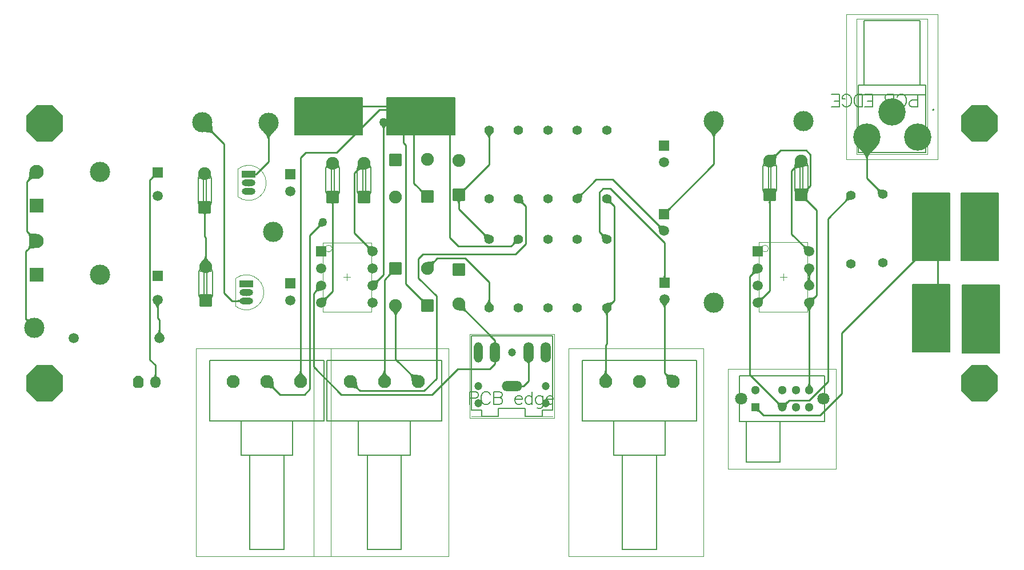
<source format=gtl>
G04*
G04 #@! TF.GenerationSoftware,Altium Limited,Altium Designer,18.0.7 (293)*
G04*
G04 Layer_Physical_Order=1*
G04 Layer_Color=255*
%FSLAX25Y25*%
%MOIN*%
G70*
G01*
G75*
%ADD10C,0.00500*%
%ADD11C,0.00787*%
%ADD12C,0.00600*%
%ADD13C,0.01000*%
%ADD19C,0.00394*%
%ADD21C,0.00000*%
%ADD22C,0.00000*%
%ADD23C,0.00781*%
%ADD24C,0.00300*%
%ADD25C,0.00197*%
%ADD53R,0.05118X0.05118*%
%ADD54C,0.05118*%
%ADD55C,0.07087*%
%ADD56C,0.07500*%
G04:AMPARAMS|DCode=57|XSize=75mil|YSize=75mil|CornerRadius=9.38mil|HoleSize=0mil|Usage=FLASHONLY|Rotation=90.000|XOffset=0mil|YOffset=0mil|HoleType=Round|Shape=RoundedRectangle|*
%AMROUNDEDRECTD57*
21,1,0.07500,0.05625,0,0,90.0*
21,1,0.05625,0.07500,0,0,90.0*
1,1,0.01875,0.02813,0.02813*
1,1,0.01875,0.02813,-0.02813*
1,1,0.01875,-0.02813,-0.02813*
1,1,0.01875,-0.02813,0.02813*
%
%ADD57ROUNDEDRECTD57*%
%ADD58C,0.11811*%
%ADD59R,0.05906X0.05906*%
%ADD60C,0.05906*%
%ADD61C,0.07677*%
%ADD62C,0.05200*%
%ADD63R,0.05200X0.05200*%
%ADD64O,0.06000X0.07000*%
G04:AMPARAMS|DCode=65|XSize=60mil|YSize=70mil|CornerRadius=0mil|HoleSize=0mil|Usage=FLASHONLY|Rotation=180.000|XOffset=0mil|YOffset=0mil|HoleType=Round|Shape=Octagon|*
%AMOCTAGOND65*
4,1,8,0.01500,-0.03500,-0.01500,-0.03500,-0.03000,-0.02000,-0.03000,0.02000,-0.01500,0.03500,0.01500,0.03500,0.03000,0.02000,0.03000,-0.02000,0.01500,-0.03500,0.0*
%
%ADD65OCTAGOND65*%

%ADD66P,0.23438X8X22.5*%
%ADD67C,0.15902*%
%ADD68R,0.08268X0.08268*%
%ADD69C,0.08268*%
%ADD70R,0.07874X0.03937*%
%ADD71O,0.07874X0.03937*%
%ADD72C,0.05512*%
%ADD73R,0.05200X0.05200*%
%ADD74C,0.04724*%
%ADD75O,0.05150X0.11874*%
%ADD76O,0.05937X0.11874*%
%ADD77O,0.11874X0.05937*%
%ADD78R,0.05906X0.05906*%
%ADD79C,0.05000*%
G36*
X222012Y172973D02*
X221613Y172505D01*
X221450Y172280D01*
X221312Y172061D01*
X221200Y171847D01*
X221112Y171640D01*
X221050Y171438D01*
X221012Y171241D01*
X221000Y171051D01*
X220000D01*
X219988Y171241D01*
X219950Y171438D01*
X219887Y171640D01*
X219800Y171847D01*
X219688Y172061D01*
X219550Y172280D01*
X219388Y172505D01*
X219200Y172736D01*
X218750Y173215D01*
X222250D01*
X222012Y172973D01*
D02*
G37*
G36*
X120474Y173962D02*
X120626Y171498D01*
X120725Y170833D01*
X120849Y170247D01*
X120997Y169740D01*
X121169Y169310D01*
X121366Y168960D01*
X121587Y168687D01*
X120880Y167980D01*
X120607Y168201D01*
X120257Y168398D01*
X119827Y168570D01*
X119320Y168718D01*
X118734Y168842D01*
X118069Y168941D01*
X116504Y169067D01*
X114626Y169095D01*
X120472Y174941D01*
X120474Y173962D01*
D02*
G37*
G36*
X261926Y167551D02*
X222426D01*
Y189051D01*
X261926D01*
Y167551D01*
D02*
G37*
G36*
X208028D02*
X168528D01*
Y189051D01*
X208028D01*
Y167551D01*
D02*
G37*
G36*
X416534Y170582D02*
X414899Y168731D01*
X414499Y168191D01*
X414172Y167689D01*
X413918Y167226D01*
X413736Y166800D01*
X413627Y166413D01*
X413591Y166065D01*
X412591D01*
X412554Y166413D01*
X412445Y166800D01*
X412264Y167226D01*
X412009Y167689D01*
X411682Y168191D01*
X411282Y168731D01*
X410265Y169927D01*
X408957Y171275D01*
X417225D01*
X416534Y170582D01*
D02*
G37*
G36*
X283547Y168054D02*
X283090Y167526D01*
X282904Y167275D01*
X282747Y167031D01*
X282618Y166796D01*
X282518Y166568D01*
X282447Y166349D01*
X282404Y166138D01*
X282390Y165935D01*
X281390D01*
X281376Y166138D01*
X281333Y166349D01*
X281261Y166568D01*
X281161Y166796D01*
X281032Y167031D01*
X280875Y167275D01*
X280690Y167526D01*
X280475Y167786D01*
X279961Y168331D01*
X283819D01*
X283547Y168054D01*
D02*
G37*
G36*
X156790Y169696D02*
X155155Y167846D01*
X154755Y167306D01*
X154428Y166804D01*
X154174Y166340D01*
X153992Y165915D01*
X153883Y165528D01*
X153846Y165179D01*
X152846D01*
X152810Y165528D01*
X152701Y165915D01*
X152519Y166340D01*
X152265Y166804D01*
X151938Y167306D01*
X151538Y167846D01*
X150521Y169041D01*
X149213Y170389D01*
X157480D01*
X156790Y169696D01*
D02*
G37*
G36*
X506965Y159697D02*
X504686Y157153D01*
X504129Y156421D01*
X503673Y155747D01*
X503318Y155132D01*
X503065Y154574D01*
X502913Y154075D01*
X502862Y153633D01*
X501862D01*
X501812Y154075D01*
X501660Y154574D01*
X501406Y155132D01*
X501052Y155747D01*
X500596Y156421D01*
X500039Y157153D01*
X498620Y158791D01*
X496797Y160661D01*
X507928D01*
X506965Y159697D01*
D02*
G37*
G36*
X450242Y155964D02*
X450080Y155772D01*
X449936Y155538D01*
X449810Y155261D01*
X449701Y154942D01*
X449610Y154581D01*
X449537Y154177D01*
X449481Y153730D01*
X449422Y152710D01*
X449419Y152136D01*
X445707Y155848D01*
X446281Y155851D01*
X447301Y155910D01*
X447748Y155966D01*
X448152Y156039D01*
X448513Y156130D01*
X448832Y156239D01*
X449109Y156365D01*
X449343Y156509D01*
X449535Y156671D01*
X450242Y155964D01*
D02*
G37*
G36*
X464136Y148317D02*
X463562Y148314D01*
X462541Y148256D01*
X462095Y148200D01*
X461691Y148126D01*
X461329Y148035D01*
X461010Y147927D01*
X460734Y147800D01*
X460499Y147656D01*
X460308Y147494D01*
X459601Y148202D01*
X459762Y148393D01*
X459906Y148627D01*
X460033Y148904D01*
X460142Y149223D01*
X460233Y149585D01*
X460306Y149989D01*
X460362Y150435D01*
X460421Y151456D01*
X460423Y152030D01*
X464136Y148317D01*
D02*
G37*
G36*
X209091Y147265D02*
X208518Y147262D01*
X207497Y147203D01*
X207051Y147148D01*
X206647Y147074D01*
X206285Y146983D01*
X205966Y146874D01*
X205690Y146748D01*
X205455Y146604D01*
X205264Y146442D01*
X204556Y147149D01*
X204718Y147341D01*
X204862Y147575D01*
X204989Y147852D01*
X205097Y148171D01*
X205188Y148533D01*
X205262Y148937D01*
X205318Y149383D01*
X205376Y150403D01*
X205379Y150977D01*
X209091Y147265D01*
D02*
G37*
G36*
X87056Y142630D02*
X86978Y142687D01*
X86886Y142715D01*
X86780D01*
X86660Y142687D01*
X86526Y142630D01*
X86377Y142545D01*
X86215Y142432D01*
X86038Y142291D01*
X85642Y141923D01*
X84935Y142630D01*
X85133Y142835D01*
X85444Y143203D01*
X85557Y143365D01*
X85642Y143514D01*
X85698Y143648D01*
X85727Y143769D01*
Y143875D01*
X85698Y143966D01*
X85642Y144044D01*
X87056Y142630D01*
D02*
G37*
G36*
X17872Y141831D02*
X17226Y141828D01*
X15582Y141707D01*
X15131Y141629D01*
X14729Y141532D01*
X14377Y141416D01*
X14073Y141281D01*
X13818Y141128D01*
X13611Y140956D01*
X12904Y141663D01*
X13077Y141869D01*
X13230Y142124D01*
X13365Y142428D01*
X13481Y142781D01*
X13578Y143182D01*
X13656Y143633D01*
X13715Y144132D01*
X13777Y145277D01*
X13780Y145923D01*
X17872Y141831D01*
D02*
G37*
G36*
X268696Y136169D02*
X268505Y135971D01*
X268207Y135616D01*
X268098Y135458D01*
X268018Y135314D01*
X267965Y135183D01*
X267939Y135066D01*
X267941Y134962D01*
X267971Y134871D01*
X268028Y134794D01*
X266614Y136208D01*
X266691Y136151D01*
X266782Y136121D01*
X266886Y136120D01*
X267003Y136145D01*
X267134Y136198D01*
X267278Y136279D01*
X267436Y136387D01*
X267607Y136522D01*
X267791Y136685D01*
X267988Y136876D01*
X268696Y136169D01*
D02*
G37*
G36*
X468597Y136099D02*
X468407Y135901D01*
X468108Y135546D01*
X468000Y135388D01*
X467919Y135244D01*
X467867Y135113D01*
X467841Y134996D01*
X467843Y134892D01*
X467872Y134801D01*
X467929Y134724D01*
X466515Y136138D01*
X466593Y136081D01*
X466683Y136051D01*
X466787Y136049D01*
X466905Y136075D01*
X467036Y136128D01*
X467180Y136209D01*
X467337Y136317D01*
X467508Y136452D01*
X467693Y136615D01*
X467890Y136806D01*
X468597Y136099D01*
D02*
G37*
G36*
X242373Y135661D02*
X242729Y135360D01*
X242887Y135250D01*
X243031Y135169D01*
X243162Y135114D01*
X243279Y135088D01*
X243383Y135088D01*
X243473Y135117D01*
X243549Y135172D01*
X242147Y133770D01*
X242202Y133846D01*
X242231Y133936D01*
X242231Y134040D01*
X242205Y134157D01*
X242150Y134288D01*
X242069Y134432D01*
X241960Y134590D01*
X241823Y134761D01*
X241658Y134946D01*
X241467Y135145D01*
X242174Y135852D01*
X242373Y135661D01*
D02*
G37*
G36*
X509036Y136101D02*
X509215Y135982D01*
X509421Y135877D01*
X509653Y135787D01*
X509910Y135712D01*
X510193Y135651D01*
X510503Y135604D01*
X510838Y135572D01*
X511587Y135551D01*
X508858Y132823D01*
X508855Y133210D01*
X508805Y133907D01*
X508759Y134216D01*
X508698Y134499D01*
X508622Y134757D01*
X508532Y134988D01*
X508427Y135194D01*
X508309Y135374D01*
X508175Y135527D01*
X508882Y136234D01*
X509036Y136101D01*
D02*
G37*
G36*
X336855Y133031D02*
X336721Y132877D01*
X336602Y132697D01*
X336498Y132492D01*
X336408Y132260D01*
X336332Y132003D01*
X336271Y131719D01*
X336224Y131410D01*
X336192Y131075D01*
X336171Y130326D01*
X333443Y133054D01*
X333830Y133058D01*
X334527Y133107D01*
X334836Y133154D01*
X335120Y133215D01*
X335377Y133291D01*
X335609Y133381D01*
X335814Y133485D01*
X335994Y133604D01*
X336147Y133738D01*
X336855Y133031D01*
D02*
G37*
G36*
X493083Y129449D02*
X492695Y129446D01*
X491999Y129396D01*
X491689Y129349D01*
X491406Y129288D01*
X491149Y129213D01*
X490917Y129123D01*
X490711Y129018D01*
X490532Y128899D01*
X490378Y128766D01*
X489671Y129473D01*
X489805Y129626D01*
X489923Y129806D01*
X490028Y130012D01*
X490118Y130243D01*
X490194Y130501D01*
X490255Y130784D01*
X490301Y131093D01*
X490334Y131429D01*
X490354Y132177D01*
X493083Y129449D01*
D02*
G37*
G36*
X467862Y129964D02*
X467833Y129874D01*
X467833Y129770D01*
X467859Y129653D01*
X467913Y129522D01*
X467995Y129378D01*
X468105Y129220D01*
X468241Y129049D01*
X468405Y128864D01*
X468597Y128665D01*
X467890Y127958D01*
X467691Y128149D01*
X467335Y128451D01*
X467177Y128560D01*
X467033Y128641D01*
X466902Y128696D01*
X466785Y128723D01*
X466681Y128722D01*
X466591Y128693D01*
X466515Y128638D01*
X467917Y130040D01*
X467862Y129964D01*
D02*
G37*
G36*
X265177Y128698D02*
X265092Y128667D01*
X265017Y128617D01*
X264952Y128546D01*
X264897Y128455D01*
X264852Y128343D01*
X264817Y128212D01*
X264792Y128060D01*
X264777Y127888D01*
X264772Y127696D01*
X263772D01*
X263767Y127888D01*
X263752Y128060D01*
X263727Y128212D01*
X263692Y128343D01*
X263647Y128455D01*
X263592Y128546D01*
X263527Y128617D01*
X263452Y128667D01*
X263367Y128698D01*
X263272Y128708D01*
X265272D01*
X265177Y128698D01*
D02*
G37*
G36*
X446574Y128659D02*
X446489Y128629D01*
X446414Y128578D01*
X446349Y128507D01*
X446294Y128416D01*
X446249Y128305D01*
X446214Y128173D01*
X446189Y128022D01*
X446174Y127849D01*
X446169Y127657D01*
X445169D01*
X445164Y127849D01*
X445149Y128022D01*
X445124Y128173D01*
X445089Y128305D01*
X445044Y128416D01*
X444989Y128507D01*
X444924Y128578D01*
X444849Y128629D01*
X444764Y128659D01*
X444669Y128669D01*
X446669D01*
X446574Y128659D01*
D02*
G37*
G36*
X353350Y129884D02*
X353399Y129187D01*
X353446Y128878D01*
X353507Y128594D01*
X353583Y128337D01*
X353673Y128105D01*
X353777Y127900D01*
X353896Y127720D01*
X354030Y127567D01*
X353323Y126859D01*
X353169Y126993D01*
X352989Y127112D01*
X352784Y127216D01*
X352552Y127306D01*
X352295Y127382D01*
X352011Y127443D01*
X351702Y127490D01*
X351367Y127522D01*
X350618Y127543D01*
X353346Y130271D01*
X353350Y129884D01*
D02*
G37*
G36*
X301824D02*
X301874Y129187D01*
X301921Y128878D01*
X301982Y128594D01*
X302057Y128337D01*
X302147Y128105D01*
X302252Y127900D01*
X302371Y127720D01*
X302504Y127567D01*
X301797Y126859D01*
X301643Y126993D01*
X301464Y127112D01*
X301258Y127216D01*
X301027Y127306D01*
X300769Y127382D01*
X300486Y127443D01*
X300176Y127490D01*
X299841Y127522D01*
X299093Y127543D01*
X301821Y130271D01*
X301824Y129884D01*
D02*
G37*
G36*
X191653Y127576D02*
X191568Y127545D01*
X191493Y127495D01*
X191428Y127424D01*
X191373Y127333D01*
X191328Y127221D01*
X191293Y127090D01*
X191268Y126938D01*
X191253Y126766D01*
X191248Y126574D01*
X190248D01*
X190243Y126766D01*
X190228Y126938D01*
X190203Y127090D01*
X190168Y127221D01*
X190123Y127333D01*
X190068Y127424D01*
X190003Y127495D01*
X189928Y127545D01*
X189843Y127576D01*
X189748Y127586D01*
X191748D01*
X191653Y127576D01*
D02*
G37*
G36*
X387604Y124260D02*
X387405Y124054D01*
X387092Y123685D01*
X386977Y123522D01*
X386891Y123374D01*
X386834Y123239D01*
X386804Y123120D01*
X386803Y123014D01*
X386830Y122923D01*
X386885Y122846D01*
X385483Y124249D01*
X385560Y124193D01*
X385651Y124166D01*
X385756Y124167D01*
X385876Y124197D01*
X386011Y124255D01*
X386159Y124341D01*
X386322Y124455D01*
X386499Y124598D01*
X386897Y124968D01*
X387604Y124260D01*
D02*
G37*
G36*
X117047Y121443D02*
X116962Y121412D01*
X116887Y121362D01*
X116822Y121291D01*
X116767Y121200D01*
X116722Y121088D01*
X116687Y120957D01*
X116662Y120805D01*
X116647Y120633D01*
X116642Y120441D01*
X115642D01*
X115637Y120633D01*
X115622Y120805D01*
X115597Y120957D01*
X115562Y121088D01*
X115517Y121200D01*
X115462Y121291D01*
X115397Y121362D01*
X115322Y121412D01*
X115237Y121443D01*
X115142Y121453D01*
X117142D01*
X117047Y121443D01*
D02*
G37*
G36*
X185014Y113937D02*
X184675Y113934D01*
X184062Y113886D01*
X183788Y113842D01*
X183536Y113784D01*
X183305Y113713D01*
X183096Y113628D01*
X182909Y113529D01*
X182744Y113417D01*
X182600Y113291D01*
X181893Y113998D01*
X182019Y114141D01*
X182131Y114307D01*
X182230Y114494D01*
X182315Y114703D01*
X182387Y114933D01*
X182445Y115186D01*
X182489Y115460D01*
X182519Y115755D01*
X182539Y116412D01*
X185014Y113937D01*
D02*
G37*
G36*
X381161Y115002D02*
X381351Y114878D01*
X381571Y114769D01*
X381820Y114676D01*
X382098Y114597D01*
X382405Y114533D01*
X382742Y114485D01*
X383503Y114433D01*
X383927Y114430D01*
X381004Y111507D01*
X381001Y111931D01*
X380949Y112692D01*
X380901Y113028D01*
X380837Y113336D01*
X380758Y113614D01*
X380665Y113863D01*
X380556Y114083D01*
X380432Y114273D01*
X380293Y114434D01*
X381000Y115141D01*
X381161Y115002D01*
D02*
G37*
G36*
X348012Y110002D02*
X348192Y109883D01*
X348397Y109778D01*
X348629Y109688D01*
X348886Y109613D01*
X349170Y109552D01*
X349479Y109505D01*
X349815Y109473D01*
X350563Y109452D01*
X347835Y106724D01*
X347832Y107111D01*
X347782Y107808D01*
X347735Y108117D01*
X347674Y108400D01*
X347598Y108658D01*
X347508Y108889D01*
X347404Y109095D01*
X347285Y109275D01*
X347151Y109428D01*
X347859Y110135D01*
X348012Y110002D01*
D02*
G37*
G36*
X279311D02*
X279491Y109883D01*
X279697Y109778D01*
X279928Y109688D01*
X280186Y109613D01*
X280469Y109552D01*
X280778Y109505D01*
X281114Y109473D01*
X281862Y109452D01*
X279134Y106724D01*
X279131Y107111D01*
X279081Y107808D01*
X279034Y108117D01*
X278973Y108400D01*
X278898Y108658D01*
X278808Y108889D01*
X278703Y109095D01*
X278584Y109275D01*
X278451Y109428D01*
X279158Y110135D01*
X279311Y110002D01*
D02*
G37*
G36*
X13818Y110427D02*
X14073Y110274D01*
X14377Y110139D01*
X14729Y110023D01*
X15131Y109926D01*
X15582Y109848D01*
X16081Y109789D01*
X17226Y109727D01*
X17872Y109724D01*
X13780Y105632D01*
X13777Y106278D01*
X13656Y107922D01*
X13578Y108373D01*
X13481Y108775D01*
X13365Y109127D01*
X13230Y109431D01*
X13077Y109686D01*
X12904Y109892D01*
X13611Y110600D01*
X13818Y110427D01*
D02*
G37*
G36*
X299037Y103940D02*
X298650Y103937D01*
X297954Y103887D01*
X297644Y103841D01*
X297361Y103780D01*
X297103Y103704D01*
X296872Y103614D01*
X296666Y103509D01*
X296487Y103391D01*
X296333Y103257D01*
X295626Y103964D01*
X295759Y104118D01*
X295878Y104297D01*
X295983Y104503D01*
X296073Y104735D01*
X296148Y104992D01*
X296210Y105275D01*
X296256Y105585D01*
X296288Y105920D01*
X296309Y106669D01*
X299037Y103940D01*
D02*
G37*
G36*
X17872Y101457D02*
X17226Y101454D01*
X15582Y101333D01*
X15131Y101255D01*
X14729Y101158D01*
X14377Y101042D01*
X14073Y100907D01*
X13818Y100754D01*
X13611Y100582D01*
X12904Y101289D01*
X13077Y101495D01*
X13230Y101750D01*
X13365Y102054D01*
X13481Y102407D01*
X13578Y102808D01*
X13656Y103259D01*
X13715Y103758D01*
X13777Y104903D01*
X13780Y105549D01*
X17872Y101457D01*
D02*
G37*
G36*
X465846Y102974D02*
X466037Y102850D01*
X466256Y102741D01*
X466505Y102647D01*
X466783Y102568D01*
X467091Y102505D01*
X467427Y102456D01*
X468188Y102405D01*
X468612Y102401D01*
X465689Y99478D01*
X465686Y99902D01*
X465634Y100663D01*
X465586Y101000D01*
X465522Y101307D01*
X465444Y101585D01*
X465350Y101834D01*
X465241Y102054D01*
X465117Y102244D01*
X464978Y102406D01*
X465685Y103113D01*
X465846Y102974D01*
D02*
G37*
G36*
X211318Y102942D02*
X211509Y102818D01*
X211729Y102709D01*
X211978Y102616D01*
X212256Y102537D01*
X212563Y102473D01*
X212900Y102425D01*
X213661Y102373D01*
X214085Y102370D01*
X211162Y99447D01*
X211158Y99871D01*
X211107Y100632D01*
X211058Y100968D01*
X210995Y101276D01*
X210916Y101554D01*
X210822Y101803D01*
X210713Y102023D01*
X210589Y102213D01*
X210450Y102374D01*
X211157Y103082D01*
X211318Y102942D01*
D02*
G37*
G36*
X578913Y94078D02*
X557413D01*
Y133578D01*
X578913D01*
Y94078D01*
D02*
G37*
G36*
X550567Y94078D02*
X529067D01*
Y133578D01*
X550567D01*
Y94078D01*
D02*
G37*
G36*
X117155Y96268D02*
X117219Y96000D01*
X117325Y95715D01*
X117474Y95413D01*
X117665Y95093D01*
X117899Y94755D01*
X118175Y94400D01*
X118855Y93637D01*
X119259Y93229D01*
X114009D01*
X114413Y93637D01*
X115093Y94400D01*
X115369Y94755D01*
X115603Y95093D01*
X115794Y95413D01*
X115943Y95715D01*
X116049Y96000D01*
X116113Y96268D01*
X116134Y96518D01*
X117134D01*
X117155Y96268D01*
D02*
G37*
G36*
X250463Y93553D02*
X250302Y93362D01*
X250158Y93128D01*
X250031Y92851D01*
X249922Y92532D01*
X249831Y92170D01*
X249758Y91766D01*
X249702Y91320D01*
X249643Y90299D01*
X249641Y89726D01*
X245928Y93438D01*
X246502Y93441D01*
X247522Y93499D01*
X247969Y93555D01*
X248373Y93629D01*
X248735Y93720D01*
X249054Y93828D01*
X249330Y93955D01*
X249565Y94099D01*
X249756Y94261D01*
X250463Y93553D01*
D02*
G37*
G36*
X225168Y85846D02*
X225092Y85901D01*
X225002Y85930D01*
X224898Y85930D01*
X224781Y85904D01*
X224650Y85849D01*
X224506Y85768D01*
X224348Y85658D01*
X224177Y85522D01*
X223992Y85357D01*
X223793Y85166D01*
X223086Y85873D01*
X223277Y86071D01*
X223579Y86428D01*
X223688Y86586D01*
X223769Y86730D01*
X223824Y86861D01*
X223850Y86978D01*
X223850Y87081D01*
X223821Y87171D01*
X223766Y87248D01*
X225168Y85846D01*
D02*
G37*
G36*
X438612Y86496D02*
X438188Y86493D01*
X437427Y86441D01*
X437091Y86393D01*
X436783Y86329D01*
X436505Y86251D01*
X436256Y86157D01*
X436037Y86048D01*
X435846Y85924D01*
X435685Y85785D01*
X434978Y86492D01*
X435117Y86653D01*
X435241Y86844D01*
X435350Y87063D01*
X435444Y87312D01*
X435522Y87590D01*
X435586Y87898D01*
X435634Y88234D01*
X435686Y88995D01*
X435689Y89419D01*
X438612Y86496D01*
D02*
G37*
G36*
X470411Y87038D02*
X469910Y86463D01*
X469706Y86191D01*
X469533Y85929D01*
X469392Y85677D01*
X469283Y85434D01*
X469205Y85202D01*
X469158Y84979D01*
X469142Y84767D01*
X468142D01*
X468126Y84979D01*
X468079Y85202D01*
X468001Y85434D01*
X467891Y85677D01*
X467750Y85929D01*
X467578Y86191D01*
X467374Y86463D01*
X466873Y87038D01*
X466575Y87340D01*
X470709D01*
X470411Y87038D01*
D02*
G37*
G36*
X384855Y85069D02*
X384870Y84897D01*
X384895Y84745D01*
X384930Y84614D01*
X384975Y84503D01*
X385030Y84412D01*
X385095Y84341D01*
X385170Y84290D01*
X385255Y84260D01*
X385350Y84250D01*
X383350D01*
X383445Y84260D01*
X383530Y84290D01*
X383605Y84341D01*
X383670Y84412D01*
X383725Y84503D01*
X383770Y84614D01*
X383805Y84745D01*
X383830Y84897D01*
X383845Y85069D01*
X383850Y85261D01*
X384850D01*
X384855Y85069D01*
D02*
G37*
G36*
X469158Y83918D02*
X469205Y83696D01*
X469283Y83463D01*
X469392Y83221D01*
X469533Y82969D01*
X469706Y82706D01*
X469910Y82434D01*
X470411Y81860D01*
X470709Y81558D01*
X466575D01*
X466873Y81860D01*
X467374Y82434D01*
X467578Y82706D01*
X467750Y82969D01*
X467891Y83221D01*
X468001Y83463D01*
X468079Y83696D01*
X468126Y83918D01*
X468142Y84131D01*
X469142D01*
X469158Y83918D01*
D02*
G37*
G36*
X217778Y82374D02*
X217639Y82213D01*
X217515Y82023D01*
X217406Y81803D01*
X217312Y81554D01*
X217234Y81276D01*
X217170Y80968D01*
X217122Y80632D01*
X217070Y79871D01*
X217067Y79447D01*
X214144Y82370D01*
X214568Y82373D01*
X215329Y82425D01*
X215665Y82473D01*
X215973Y82537D01*
X216251Y82616D01*
X216500Y82709D01*
X216719Y82818D01*
X216910Y82942D01*
X217071Y83082D01*
X217778Y82374D01*
D02*
G37*
G36*
X184085Y76465D02*
X183660Y76462D01*
X182900Y76410D01*
X182563Y76362D01*
X182256Y76298D01*
X181978Y76219D01*
X181729Y76125D01*
X181509Y76016D01*
X181318Y75893D01*
X181157Y75753D01*
X180450Y76460D01*
X180589Y76622D01*
X180713Y76812D01*
X180822Y77032D01*
X180916Y77281D01*
X180995Y77559D01*
X181058Y77866D01*
X181107Y78203D01*
X181158Y78964D01*
X181162Y79388D01*
X184085Y76465D01*
D02*
G37*
G36*
X242373Y72267D02*
X242729Y71966D01*
X242887Y71856D01*
X243031Y71775D01*
X243162Y71720D01*
X243279Y71694D01*
X243383Y71694D01*
X243473Y71723D01*
X243549Y71779D01*
X242147Y70376D01*
X242202Y70453D01*
X242231Y70543D01*
X242231Y70646D01*
X242205Y70763D01*
X242150Y70894D01*
X242069Y71038D01*
X241960Y71196D01*
X241823Y71368D01*
X241658Y71553D01*
X241467Y71751D01*
X242174Y72458D01*
X242373Y72267D01*
D02*
G37*
G36*
X136697Y69598D02*
X136684Y69691D01*
X136648Y69775D01*
X136587Y69849D01*
X136502Y69913D01*
X136392Y69967D01*
X136258Y70012D01*
X136100Y70046D01*
X135917Y70071D01*
X135710Y70086D01*
X135478Y70091D01*
Y71091D01*
X135710Y71096D01*
X136100Y71135D01*
X136258Y71169D01*
X136392Y71214D01*
X136502Y71268D01*
X136587Y71332D01*
X136648Y71406D01*
X136684Y71490D01*
X136697Y71583D01*
Y69598D01*
D02*
G37*
G36*
X472306Y72406D02*
X472167Y72245D01*
X472043Y72054D01*
X471934Y71834D01*
X471840Y71585D01*
X471761Y71307D01*
X471698Y71000D01*
X471649Y70663D01*
X471598Y69902D01*
X471594Y69478D01*
X468671Y72401D01*
X469096Y72405D01*
X469856Y72456D01*
X470193Y72505D01*
X470500Y72568D01*
X470778Y72647D01*
X471027Y72741D01*
X471247Y72850D01*
X471438Y72974D01*
X471599Y73113D01*
X472306Y72406D01*
D02*
G37*
G36*
X442306D02*
X442167Y72245D01*
X442043Y72054D01*
X441934Y71834D01*
X441840Y71585D01*
X441761Y71307D01*
X441698Y71000D01*
X441649Y70663D01*
X441598Y69902D01*
X441594Y69478D01*
X438671Y72401D01*
X439095Y72405D01*
X439856Y72456D01*
X440193Y72505D01*
X440500Y72568D01*
X440778Y72647D01*
X441027Y72741D01*
X441247Y72850D01*
X441437Y72974D01*
X441599Y73113D01*
X442306Y72406D01*
D02*
G37*
G36*
X187778Y72374D02*
X187639Y72213D01*
X187515Y72023D01*
X187406Y71803D01*
X187312Y71554D01*
X187234Y71276D01*
X187170Y70968D01*
X187122Y70632D01*
X187070Y69871D01*
X187067Y69447D01*
X184144Y72370D01*
X184568Y72373D01*
X185329Y72425D01*
X185665Y72473D01*
X185973Y72537D01*
X186251Y72616D01*
X186500Y72709D01*
X186719Y72818D01*
X186910Y72942D01*
X187071Y73081D01*
X187778Y72374D01*
D02*
G37*
G36*
X282404Y70857D02*
X282447Y70646D01*
X282518Y70426D01*
X282618Y70199D01*
X282747Y69964D01*
X282904Y69720D01*
X283090Y69468D01*
X283304Y69208D01*
X283819Y68664D01*
X279961D01*
X280232Y68940D01*
X280690Y69468D01*
X280875Y69720D01*
X281032Y69964D01*
X281161Y70199D01*
X281261Y70426D01*
X281333Y70646D01*
X281376Y70857D01*
X281390Y71060D01*
X282390D01*
X282404Y70857D01*
D02*
G37*
G36*
X386120Y69068D02*
X385618Y68493D01*
X385415Y68221D01*
X385242Y67958D01*
X385101Y67706D01*
X384991Y67464D01*
X384913Y67231D01*
X384866Y67009D01*
X384850Y66797D01*
X383850D01*
X383835Y67009D01*
X383788Y67231D01*
X383709Y67464D01*
X383600Y67706D01*
X383459Y67958D01*
X383286Y68221D01*
X383083Y68493D01*
X382581Y69068D01*
X382283Y69370D01*
X386417D01*
X386120Y69068D01*
D02*
G37*
G36*
X354030Y69428D02*
X353896Y69275D01*
X353777Y69095D01*
X353673Y68889D01*
X353583Y68658D01*
X353507Y68400D01*
X353446Y68117D01*
X353399Y67808D01*
X353367Y67472D01*
X353346Y66724D01*
X350618Y69452D01*
X351005Y69455D01*
X351702Y69505D01*
X352011Y69552D01*
X352295Y69613D01*
X352552Y69688D01*
X352784Y69778D01*
X352989Y69883D01*
X353169Y70002D01*
X353323Y70135D01*
X354030Y69428D01*
D02*
G37*
G36*
X90352Y68947D02*
X89850Y68373D01*
X89647Y68101D01*
X89474Y67838D01*
X89333Y67586D01*
X89224Y67344D01*
X89145Y67111D01*
X89098Y66889D01*
X89083Y66676D01*
X88083D01*
X88067Y66889D01*
X88020Y67111D01*
X87942Y67344D01*
X87832Y67586D01*
X87691Y67838D01*
X87519Y68101D01*
X87315Y68373D01*
X86813Y68947D01*
X86516Y69249D01*
X90649D01*
X90352Y68947D01*
D02*
G37*
G36*
X470411Y67038D02*
X469910Y66464D01*
X469706Y66191D01*
X469533Y65929D01*
X469392Y65677D01*
X469283Y65434D01*
X469205Y65202D01*
X469158Y64979D01*
X469142Y64767D01*
X468142D01*
X468126Y64979D01*
X468079Y65202D01*
X468001Y65434D01*
X467891Y65677D01*
X467750Y65929D01*
X467578Y66191D01*
X467374Y66464D01*
X466873Y67038D01*
X466575Y67340D01*
X470709D01*
X470411Y67038D01*
D02*
G37*
G36*
X268024Y68163D02*
X268083Y67143D01*
X268139Y66696D01*
X268212Y66292D01*
X268303Y65931D01*
X268412Y65612D01*
X268538Y65335D01*
X268683Y65101D01*
X268844Y64909D01*
X268137Y64202D01*
X267945Y64364D01*
X267711Y64508D01*
X267435Y64634D01*
X267115Y64743D01*
X266754Y64834D01*
X266350Y64907D01*
X265903Y64963D01*
X264883Y65022D01*
X264309Y65025D01*
X268021Y68737D01*
X268024Y68163D01*
D02*
G37*
G36*
X352248Y64452D02*
X351791Y63924D01*
X351605Y63672D01*
X351448Y63429D01*
X351319Y63193D01*
X351219Y62966D01*
X351148Y62747D01*
X351105Y62536D01*
X351091Y62332D01*
X350091D01*
X350076Y62536D01*
X350033Y62747D01*
X349962Y62966D01*
X349862Y63193D01*
X349733Y63429D01*
X349576Y63672D01*
X349390Y63924D01*
X349176Y64184D01*
X348661Y64728D01*
X352520D01*
X352248Y64452D01*
D02*
G37*
G36*
X229731Y64850D02*
X229051Y64087D01*
X228775Y63732D01*
X228541Y63394D01*
X228350Y63074D01*
X228201Y62772D01*
X228095Y62487D01*
X228031Y62219D01*
X228010Y61970D01*
X227010D01*
X226989Y62219D01*
X226925Y62487D01*
X226819Y62772D01*
X226670Y63074D01*
X226479Y63394D01*
X226245Y63732D01*
X225969Y64087D01*
X225289Y64850D01*
X224885Y65258D01*
X230135D01*
X229731Y64850D01*
D02*
G37*
G36*
X12317Y60254D02*
X12480Y60129D01*
X12643Y60031D01*
X12805Y59958D01*
X12967Y59912D01*
X13129Y59892D01*
X13291Y59898D01*
X13452Y59930D01*
X13613Y59988D01*
X13773Y60072D01*
X11778Y58077D01*
X11863Y58238D01*
X11920Y58399D01*
X11952Y58560D01*
X11958Y58721D01*
X11938Y58883D01*
X11892Y59045D01*
X11820Y59208D01*
X11721Y59370D01*
X11597Y59534D01*
X11446Y59697D01*
X12154Y60404D01*
X12317Y60254D01*
D02*
G37*
G36*
X90181Y53288D02*
X90228Y53066D01*
X90306Y52834D01*
X90416Y52591D01*
X90557Y52339D01*
X90729Y52077D01*
X90933Y51804D01*
X91435Y51230D01*
X91732Y50928D01*
X87599D01*
X87896Y51230D01*
X88398Y51804D01*
X88601Y52077D01*
X88774Y52339D01*
X88915Y52591D01*
X89024Y52834D01*
X89103Y53066D01*
X89150Y53288D01*
X89165Y53501D01*
X90165D01*
X90181Y53288D01*
D02*
G37*
G36*
X285938Y47125D02*
X285953Y46930D01*
X285978Y46758D01*
X286012Y46609D01*
X286057Y46483D01*
X286112Y46380D01*
X286176Y46299D01*
X286251Y46242D01*
X286335Y46207D01*
X286430Y46196D01*
X284436D01*
X284531Y46207D01*
X284615Y46242D01*
X284690Y46299D01*
X284754Y46380D01*
X284809Y46483D01*
X284854Y46609D01*
X284888Y46758D01*
X284913Y46930D01*
X284928Y47125D01*
X284933Y47343D01*
X285933D01*
X285938Y47125D01*
D02*
G37*
G36*
X550567Y40791D02*
X529067D01*
Y80291D01*
X550567D01*
Y40791D01*
D02*
G37*
G36*
X579602Y40241D02*
X558102D01*
Y79741D01*
X579602D01*
Y40241D01*
D02*
G37*
G36*
X285943Y34570D02*
X285941Y34553D01*
X285939Y34524D01*
X285933Y34000D01*
X284933D01*
X284921Y34576D01*
X285945D01*
X285943Y34570D01*
D02*
G37*
G36*
X306020Y34698D02*
X305936Y34664D01*
X305861Y34606D01*
X305797Y34526D01*
X305742Y34423D01*
X305698Y34297D01*
X305663Y34148D01*
X305638Y33976D01*
X305623Y33781D01*
X305618Y33563D01*
X304618D01*
X304613Y33781D01*
X304598Y33976D01*
X304573Y34148D01*
X304539Y34297D01*
X304494Y34423D01*
X304439Y34526D01*
X304375Y34606D01*
X304300Y34664D01*
X304216Y34698D01*
X304122Y34710D01*
X306115D01*
X306020Y34698D01*
D02*
G37*
G36*
X87710Y27366D02*
X87725Y27171D01*
X87749Y26999D01*
X87784Y26850D01*
X87829Y26724D01*
X87884Y26621D01*
X87948Y26541D01*
X88023Y26483D01*
X88107Y26449D01*
X88201Y26438D01*
X86208D01*
X86303Y26449D01*
X86387Y26483D01*
X86462Y26541D01*
X86526Y26621D01*
X86581Y26724D01*
X86625Y26850D01*
X86660Y26999D01*
X86685Y27171D01*
X86700Y27366D01*
X86705Y27583D01*
X87705D01*
X87710Y27366D01*
D02*
G37*
G36*
X350522Y29477D02*
X350588Y29205D01*
X350697Y28914D01*
X350850Y28605D01*
X351047Y28277D01*
X351287Y27931D01*
X351572Y27567D01*
X352272Y26783D01*
X352687Y26363D01*
X347313D01*
X347728Y26783D01*
X348713Y27931D01*
X348953Y28277D01*
X349150Y28605D01*
X349303Y28914D01*
X349412Y29205D01*
X349478Y29477D01*
X349500Y29731D01*
X350500D01*
X350522Y29477D01*
D02*
G37*
G36*
X221388D02*
X221454Y29205D01*
X221563Y28914D01*
X221716Y28605D01*
X221913Y28277D01*
X222153Y27931D01*
X222438Y27567D01*
X223138Y26783D01*
X223553Y26363D01*
X218179D01*
X218595Y26783D01*
X219579Y27931D01*
X219819Y28277D01*
X220016Y28605D01*
X220169Y28914D01*
X220279Y29205D01*
X220344Y29477D01*
X220366Y29731D01*
X221366D01*
X221388Y29477D01*
D02*
G37*
G36*
X172569D02*
X172635Y29205D01*
X172744Y28914D01*
X172897Y28605D01*
X173094Y28277D01*
X173335Y27931D01*
X173619Y27567D01*
X174319Y26783D01*
X174734Y26363D01*
X169360D01*
X169776Y26783D01*
X170760Y27931D01*
X171001Y28277D01*
X171197Y28605D01*
X171350Y28914D01*
X171460Y29205D01*
X171525Y29477D01*
X171547Y29731D01*
X172547D01*
X172569Y29477D01*
D02*
G37*
G36*
X385599Y28131D02*
X385838Y27985D01*
X386121Y27857D01*
X386448Y27746D01*
X386819Y27654D01*
X387233Y27579D01*
X387692Y27523D01*
X388741Y27463D01*
X389332Y27460D01*
X385532Y23660D01*
X385529Y24251D01*
X385413Y25759D01*
X385338Y26173D01*
X385246Y26544D01*
X385135Y26871D01*
X385007Y27154D01*
X384861Y27393D01*
X384697Y27588D01*
X385404Y28295D01*
X385599Y28131D01*
D02*
G37*
G36*
X236780D02*
X237019Y27985D01*
X237302Y27857D01*
X237629Y27746D01*
X238000Y27654D01*
X238415Y27579D01*
X238873Y27523D01*
X239922Y27463D01*
X240513Y27460D01*
X236713Y23660D01*
X236710Y24251D01*
X236594Y25759D01*
X236519Y26173D01*
X236427Y26544D01*
X236317Y26871D01*
X236188Y27154D01*
X236042Y27393D01*
X235878Y27588D01*
X236585Y28295D01*
X236780Y28131D01*
D02*
G37*
G36*
X469253Y22257D02*
X469292Y22058D01*
X469356Y21851D01*
X469447Y21639D01*
X469563Y21420D01*
X469705Y21195D01*
X469873Y20964D01*
X470067Y20727D01*
X470532Y20233D01*
X466949D01*
X467194Y20483D01*
X467607Y20964D01*
X467775Y21195D01*
X467917Y21420D01*
X468034Y21639D01*
X468124Y21851D01*
X468189Y22058D01*
X468227Y22257D01*
X468240Y22451D01*
X469240D01*
X469253Y22257D01*
D02*
G37*
G36*
X301093Y21496D02*
X301121Y21448D01*
X301167Y21406D01*
X301231Y21369D01*
X301313Y21338D01*
X301414Y21313D01*
X301533Y21293D01*
X301670Y21279D01*
X302000Y21268D01*
Y20268D01*
X301826Y20265D01*
X301533Y20243D01*
X301414Y20223D01*
X301313Y20197D01*
X301231Y20166D01*
X301167Y20130D01*
X301121Y20088D01*
X301093Y20040D01*
X301084Y19986D01*
Y21549D01*
X301093Y21496D01*
D02*
G37*
G36*
X205022Y22993D02*
X205138Y21485D01*
X205213Y21070D01*
X205306Y20700D01*
X205416Y20373D01*
X205544Y20090D01*
X205690Y19851D01*
X205855Y19656D01*
X205147Y18949D01*
X204952Y19113D01*
X204713Y19259D01*
X204430Y19387D01*
X204103Y19498D01*
X203733Y19590D01*
X203318Y19665D01*
X202859Y19721D01*
X201810Y19781D01*
X201220Y19784D01*
X205020Y23584D01*
X205022Y22993D01*
D02*
G37*
G36*
X156203D02*
X156319Y21485D01*
X156394Y21070D01*
X156486Y20700D01*
X156597Y20373D01*
X156725Y20090D01*
X156871Y19851D01*
X157036Y19656D01*
X156328Y18949D01*
X156133Y19113D01*
X155894Y19259D01*
X155611Y19387D01*
X155285Y19498D01*
X154914Y19590D01*
X154499Y19665D01*
X154040Y19721D01*
X152991Y19781D01*
X152401Y19784D01*
X156201Y23584D01*
X156203Y22993D01*
D02*
G37*
G36*
X456206Y11070D02*
X456078Y10924D01*
X455965Y10755D01*
X455864Y10564D01*
X455778Y10350D01*
X455706Y10113D01*
X455647Y9854D01*
X455603Y9571D01*
X455572Y9267D01*
X455551Y8589D01*
X453018Y11122D01*
X453368Y11125D01*
X454001Y11173D01*
X454283Y11218D01*
X454542Y11277D01*
X454779Y11349D01*
X454993Y11435D01*
X455184Y11535D01*
X455353Y11649D01*
X455499Y11777D01*
X456206Y11070D01*
D02*
G37*
G36*
X450631Y11649D02*
X450800Y11535D01*
X450991Y11435D01*
X451205Y11349D01*
X451442Y11277D01*
X451702Y11218D01*
X451984Y11173D01*
X452289Y11142D01*
X452967Y11122D01*
X450433Y8589D01*
X450430Y8939D01*
X450382Y9571D01*
X450337Y9854D01*
X450279Y10113D01*
X450206Y10350D01*
X450120Y10564D01*
X450020Y10755D01*
X449906Y10924D01*
X449778Y11070D01*
X450485Y11777D01*
X450631Y11649D01*
D02*
G37*
G36*
X439735Y7352D02*
X439706Y7260D01*
Y7154D01*
X439735Y7034D01*
X439791Y6900D01*
X439876Y6751D01*
X439989Y6589D01*
X440131Y6412D01*
X440498Y6016D01*
X439791Y5309D01*
X439586Y5507D01*
X439219Y5818D01*
X439056Y5931D01*
X438907Y6016D01*
X438773Y6072D01*
X438653Y6101D01*
X438547D01*
X438455Y6072D01*
X438377Y6016D01*
X439791Y7430D01*
X439735Y7352D01*
D02*
G37*
D10*
X536811Y157283D02*
Y190748D01*
Y196654D01*
X533465D02*
X536811D01*
X500787D02*
X533465D01*
X497441D02*
X500787D01*
X497441Y190748D02*
Y196654D01*
Y157283D02*
Y190748D01*
Y157283D02*
X536811D01*
X533465Y196654D02*
Y234055D01*
X500787D02*
X533465D01*
X500787Y196654D02*
Y234055D01*
X497441Y190748D02*
X536811D01*
Y157283D02*
Y190748D01*
Y196654D01*
X533465D02*
X536811D01*
X500787D02*
X533465D01*
X497441D02*
X500787D01*
X497441Y190748D02*
Y196654D01*
Y157283D02*
Y190748D01*
Y157283D02*
X536811D01*
X533465Y196654D02*
Y234055D01*
X500787D02*
X533465D01*
X500787Y196654D02*
Y234055D01*
X497441Y190748D02*
X536811D01*
X312992Y6988D02*
X318898D01*
X312992Y3051D02*
Y6988D01*
X303150Y3051D02*
X312992D01*
X303150D02*
Y7776D01*
X287402D02*
X303150D01*
X287402Y3051D02*
Y7776D01*
X277559Y3051D02*
X287402D01*
X277559D02*
Y6988D01*
X271654D02*
X277559D01*
X318898D02*
Y50295D01*
X271654D02*
X318898D01*
X271654Y6988D02*
Y50295D01*
X312992Y6988D02*
X318898D01*
X312992Y3051D02*
Y6988D01*
X303150Y3051D02*
X312992D01*
X303150D02*
Y7776D01*
X287402D02*
X303150D01*
X287402Y3051D02*
Y7776D01*
X277559Y3051D02*
X287402D01*
X277559D02*
Y6988D01*
X271654D02*
X277559D01*
X318898D02*
Y50295D01*
X271654D02*
X318898D01*
X271654Y6988D02*
Y50295D01*
X206284Y132387D02*
G03*
X208276Y131331I1976J1321D01*
G01*
X209983Y131330D02*
G03*
X211957Y132367I11J2376D01*
G01*
X208275Y151015D02*
G03*
X206301Y149977I-11J-2376D01*
G01*
X211974Y149958D02*
G03*
X209982Y151014I-1976J-1321D01*
G01*
X205447Y148524D02*
G03*
X205180Y148259I87J-354D01*
G01*
X208330Y148334D02*
G03*
X205447Y148524I-4288J-43031D01*
G01*
X208330Y134011D02*
G03*
X205447Y133820I41749J-654584D01*
G01*
X205180Y134086D02*
G03*
X205447Y133820I357J92D01*
G01*
X209928Y148334D02*
G03*
X212811Y148524I-41797J655314D01*
G01*
X213077Y148259D02*
G03*
X212811Y148524I-357J-92D01*
G01*
X212811Y133820D02*
G03*
X213077Y134086I-87J354D01*
G01*
X209928Y134011D02*
G03*
X212811Y133820I4288J43031D01*
G01*
X208330Y133482D02*
G03*
X207068Y132314I3661J-5218D01*
G01*
X205180Y134086D02*
G03*
X206952Y132314I1772J0D01*
G01*
X213077Y148259D02*
G03*
X211306Y150031I-1772J0D01*
G01*
X206952D02*
G03*
X205180Y148259I0J-1772D01*
G01*
X211306Y132314D02*
G03*
X213077Y134086I0J1772D01*
G01*
X207948Y131330D02*
G03*
X210310Y131330I1181J0D01*
G01*
Y151015D02*
G03*
X207948Y151015I-1181J0D01*
G01*
X187903Y132387D02*
G03*
X189895Y131331I1976J1321D01*
G01*
X191602Y131330D02*
G03*
X193576Y132367I11J2376D01*
G01*
X189894Y151015D02*
G03*
X187920Y149977I-11J-2376D01*
G01*
X193593Y149958D02*
G03*
X191601Y151014I-1976J-1321D01*
G01*
X187066Y148524D02*
G03*
X186799Y148259I87J-354D01*
G01*
X189949Y148334D02*
G03*
X187066Y148524I-4288J-43031D01*
G01*
X189949Y134011D02*
G03*
X187066Y133820I41749J-654584D01*
G01*
X186799Y134086D02*
G03*
X187066Y133820I357J92D01*
G01*
X191547Y148334D02*
G03*
X194430Y148524I-41797J655314D01*
G01*
X194697Y148259D02*
G03*
X194430Y148524I-357J-92D01*
G01*
X194430Y133820D02*
G03*
X194697Y134086I-87J354D01*
G01*
X191547Y134011D02*
G03*
X194430Y133820I4288J43031D01*
G01*
X189949Y133482D02*
G03*
X188688Y132314I3661J-5218D01*
G01*
X186799Y134086D02*
G03*
X188571Y132314I1772J0D01*
G01*
X194697Y148259D02*
G03*
X192925Y150031I-1772J0D01*
G01*
X188571D02*
G03*
X186799Y148259I0J-1772D01*
G01*
X192925Y132314D02*
G03*
X194697Y134086I0J1772D01*
G01*
X189567Y131330D02*
G03*
X191929Y131330I1181J0D01*
G01*
Y151015D02*
G03*
X189567Y151015I-1181J0D01*
G01*
X113297Y126254D02*
G03*
X115289Y125198I1976J1321D01*
G01*
X116996Y125197D02*
G03*
X118970Y126234I11J2376D01*
G01*
X115287Y144882D02*
G03*
X113313Y143844I-11J-2376D01*
G01*
X118987Y143825D02*
G03*
X116995Y144881I-1976J-1321D01*
G01*
X112459Y142391D02*
G03*
X112193Y142126I87J-354D01*
G01*
X115343Y142201D02*
G03*
X112459Y142391I-4288J-43031D01*
G01*
X115343Y127878D02*
G03*
X112459Y127688I41749J-654584D01*
G01*
X112193Y127953D02*
G03*
X112459Y127688I357J92D01*
G01*
X116941Y142201D02*
G03*
X119824Y142391I-41797J655314D01*
G01*
X120090Y142126D02*
G03*
X119824Y142391I-357J-92D01*
G01*
X119824Y127688D02*
G03*
X120090Y127953I-87J354D01*
G01*
X116941Y127878D02*
G03*
X119824Y127688I4288J43031D01*
G01*
X115343Y127349D02*
G03*
X114081Y126181I3661J-5218D01*
G01*
X112193Y127953D02*
G03*
X113965Y126181I1772J0D01*
G01*
X120090Y142126D02*
G03*
X118319Y143898I-1772J0D01*
G01*
X113965D02*
G03*
X112193Y142126I0J-1772D01*
G01*
X118319Y126181D02*
G03*
X120090Y127953I0J1772D01*
G01*
X114961Y125197D02*
G03*
X117323Y125197I1181J0D01*
G01*
Y144882D02*
G03*
X114961Y144882I-1181J0D01*
G01*
X113789Y71923D02*
G03*
X115781Y70867I1976J1321D01*
G01*
X117488Y70866D02*
G03*
X119462Y71904I11J2376D01*
G01*
X115779Y90551D02*
G03*
X113806Y89514I-11J-2376D01*
G01*
X119479Y89494D02*
G03*
X117487Y90550I-1976J-1321D01*
G01*
X112952Y88060D02*
G03*
X112685Y87795I87J-354D01*
G01*
X115835Y87870D02*
G03*
X112952Y88060I-4288J-43031D01*
G01*
X115835Y73547D02*
G03*
X112952Y73357I41749J-654584D01*
G01*
X112685Y73622D02*
G03*
X112952Y73357I357J92D01*
G01*
X117433Y87870D02*
G03*
X120316Y88060I-41797J655314D01*
G01*
X120582Y87795D02*
G03*
X120316Y88060I-357J-92D01*
G01*
X120316Y73357D02*
G03*
X120582Y73622I-87J354D01*
G01*
X117433Y73547D02*
G03*
X120316Y73357I4288J43031D01*
G01*
X115835Y73019D02*
G03*
X114573Y71850I3661J-5218D01*
G01*
X112685Y73622D02*
G03*
X114457Y71850I1772J0D01*
G01*
X120582Y87795D02*
G03*
X118811Y89567I-1772J0D01*
G01*
X114457D02*
G03*
X112685Y87795I0J-1772D01*
G01*
X118811Y71850D02*
G03*
X120582Y73622I0J1772D01*
G01*
X115453Y70866D02*
G03*
X117815Y70866I1181J0D01*
G01*
Y90551D02*
G03*
X115453Y90551I-1181J0D01*
G01*
X461328Y133439D02*
G03*
X463320Y132383I1976J1321D01*
G01*
X465028Y132382D02*
G03*
X467001Y133420I11J2376D01*
G01*
X463319Y152067D02*
G03*
X461345Y151029I-11J-2376D01*
G01*
X467018Y151010D02*
G03*
X465026Y152066I-1976J-1321D01*
G01*
X460491Y149576D02*
G03*
X460225Y149311I87J-354D01*
G01*
X463374Y149386D02*
G03*
X460491Y149576I-4288J-43031D01*
G01*
X463374Y135063D02*
G03*
X460491Y134873I41749J-654584D01*
G01*
X460225Y135138D02*
G03*
X460491Y134873I357J92D01*
G01*
X464972Y149386D02*
G03*
X467856Y149576I-41797J655314D01*
G01*
X468122Y149311D02*
G03*
X467856Y149576I-357J-92D01*
G01*
X467856Y134873D02*
G03*
X468122Y135138I-87J354D01*
G01*
X464972Y135063D02*
G03*
X467856Y134873I4288J43031D01*
G01*
X463374Y134534D02*
G03*
X462113Y133366I3661J-5218D01*
G01*
X460225Y135138D02*
G03*
X461996Y133366I1772J0D01*
G01*
X468122Y149311D02*
G03*
X466350Y151083I-1772J0D01*
G01*
X461996D02*
G03*
X460225Y149311I0J-1772D01*
G01*
X466350Y133366D02*
G03*
X468122Y135138I0J1772D01*
G01*
X462992Y132382D02*
G03*
X465354Y132382I1181J0D01*
G01*
Y152067D02*
G03*
X462992Y152067I-1181J0D01*
G01*
X442824Y133470D02*
G03*
X444816Y132415I1976J1321D01*
G01*
X446524Y132413D02*
G03*
X448498Y133451I11J2376D01*
G01*
X444815Y152098D02*
G03*
X442841Y151061I-11J-2376D01*
G01*
X448514Y151042D02*
G03*
X446522Y152097I-1976J-1321D01*
G01*
X441987Y149608D02*
G03*
X441721Y149343I87J-354D01*
G01*
X444870Y149417D02*
G03*
X441987Y149608I-4288J-43031D01*
G01*
X444870Y135094D02*
G03*
X441987Y134904I41749J-654584D01*
G01*
X441721Y135169D02*
G03*
X441987Y134904I357J92D01*
G01*
X446468Y149417D02*
G03*
X449352Y149608I-41797J655314D01*
G01*
X449618Y149343D02*
G03*
X449352Y149608I-357J-92D01*
G01*
X449352Y134904D02*
G03*
X449618Y135169I-87J354D01*
G01*
X446468Y135094D02*
G03*
X449352Y134904I4288J43031D01*
G01*
X444870Y134566D02*
G03*
X443609Y133398I3661J-5218D01*
G01*
X441721Y135169D02*
G03*
X443492Y133398I1772J0D01*
G01*
X449618Y149343D02*
G03*
X447846Y151114I-1772J0D01*
G01*
X443492D02*
G03*
X441721Y149343I0J-1772D01*
G01*
X447846Y133398D02*
G03*
X449618Y135169I0J1772D01*
G01*
X444488Y132413D02*
G03*
X446850Y132413I1181J0D01*
G01*
Y152098D02*
G03*
X444488Y152098I-1181J0D01*
G01*
X211973Y132385D02*
X211992Y132412D01*
X212051Y132492D01*
X206212Y132487D02*
X206280Y132393D01*
X206284Y132387D01*
X206266Y149932D02*
X206283Y149960D01*
X206207Y149852D02*
X206266Y149932D01*
X211978Y149951D02*
X212046Y149858D01*
X211974Y149958D02*
X211978Y149951D01*
X209928Y148862D02*
X210006Y148874D01*
X210098Y148916D01*
X210197Y148990D01*
X210281Y149072D01*
X210503Y149335D01*
X210690Y149576D01*
X210859Y149781D01*
X211006Y149931D01*
X211107Y150005D01*
X211189Y150031D01*
X207068D02*
X207174Y149991D01*
X207313Y149873D01*
X207497Y149664D01*
X207724Y149374D01*
X207842Y149225D01*
X207978Y149071D01*
X208073Y148980D01*
X208192Y148898D01*
X208269Y148869D01*
X208330Y148862D01*
X211141Y132324D02*
X211189Y132314D01*
X211084Y132353D02*
X211141Y132324D01*
X211019Y132403D02*
X211084Y132353D01*
X210945Y132472D02*
X211019Y132403D01*
X210858Y132566D02*
X210945Y132472D01*
X210761Y132680D02*
X210858Y132566D01*
X210653Y132816D02*
X210761Y132680D01*
X210534Y132970D02*
X210653Y132816D01*
X210416Y133118D02*
X210534Y132970D01*
X210280Y133273D02*
X210416Y133118D01*
X210235Y133319D02*
X210280Y133273D01*
X210185Y133365D02*
X210235Y133319D01*
X210129Y133408D02*
X210185Y133365D01*
X210066Y133447D02*
X210129Y133408D01*
X210029Y133463D02*
X210066Y133447D01*
X209989Y133475D02*
X210029Y133463D01*
X209959Y133480D02*
X209989Y133475D01*
X209928Y133482D02*
X209959Y133480D01*
X208276Y131331D02*
X209983Y131330D01*
X208275Y151015D02*
X209982Y151013D01*
X208330Y133482D02*
Y148862D01*
X205180Y134086D02*
Y148259D01*
X213078Y134086D02*
Y148259D01*
X209928Y133482D02*
Y148862D01*
X208330Y148334D02*
X209928D01*
X208330Y134011D02*
X209928D01*
X208330Y133482D02*
X209928D01*
X208330Y148862D02*
X209928D01*
X206952Y150031D02*
X211306D01*
X206952Y132314D02*
X211306D01*
X193593Y132385D02*
X193611Y132412D01*
X193670Y132492D01*
X187831Y132487D02*
X187899Y132393D01*
X187903Y132387D01*
X187885Y149932D02*
X187902Y149960D01*
X187826Y149852D02*
X187885Y149932D01*
X193597Y149951D02*
X193665Y149858D01*
X193593Y149958D02*
X193597Y149951D01*
X191547Y148862D02*
X191625Y148874D01*
X191717Y148916D01*
X191816Y148990D01*
X191901Y149072D01*
X192122Y149335D01*
X192309Y149576D01*
X192478Y149781D01*
X192625Y149931D01*
X192726Y150005D01*
X192808Y150031D01*
X188688D02*
X188793Y149991D01*
X188932Y149873D01*
X189116Y149664D01*
X189343Y149374D01*
X189461Y149225D01*
X189597Y149071D01*
X189692Y148980D01*
X189811Y148898D01*
X189888Y148869D01*
X189949Y148862D01*
X192760Y132324D02*
X192808Y132314D01*
X192703Y132353D02*
X192760Y132324D01*
X192638Y132403D02*
X192703Y132353D01*
X192564Y132472D02*
X192638Y132403D01*
X192477Y132566D02*
X192564Y132472D01*
X192380Y132680D02*
X192477Y132566D01*
X192272Y132816D02*
X192380Y132680D01*
X192153Y132970D02*
X192272Y132816D01*
X192035Y133118D02*
X192153Y132970D01*
X191899Y133273D02*
X192035Y133118D01*
X191854Y133319D02*
X191899Y133273D01*
X191804Y133365D02*
X191854Y133319D01*
X191749Y133408D02*
X191804Y133365D01*
X191685Y133447D02*
X191749Y133408D01*
X191648Y133463D02*
X191685Y133447D01*
X191608Y133475D02*
X191648Y133463D01*
X191578Y133480D02*
X191608Y133475D01*
X191547Y133482D02*
X191578Y133480D01*
X189895Y131331D02*
X191602Y131330D01*
X189894Y151015D02*
X191601Y151013D01*
X189949Y133482D02*
Y148862D01*
X186799Y134086D02*
Y148259D01*
X194697Y134086D02*
Y148259D01*
X191547Y133482D02*
Y148862D01*
X189949Y148334D02*
X191547D01*
X189949Y134011D02*
X191547D01*
X189949Y133482D02*
X191547D01*
X189949Y148862D02*
X191547D01*
X188571Y150031D02*
X192925D01*
X188571Y132314D02*
X192925D01*
X118986Y126253D02*
X119004Y126279D01*
X119064Y126360D01*
X113224Y126354D02*
X113292Y126260D01*
X113297Y126254D01*
X113279Y143799D02*
X113296Y143827D01*
X113220Y143719D02*
X113279Y143799D01*
X118991Y143818D02*
X119059Y143725D01*
X118987Y143825D02*
X118991Y143818D01*
X116941Y142729D02*
X117018Y142741D01*
X117110Y142783D01*
X117210Y142857D01*
X117294Y142939D01*
X117515Y143202D01*
X117703Y143443D01*
X117872Y143648D01*
X118019Y143798D01*
X118120Y143872D01*
X118202Y143898D01*
X114081D02*
X114186Y143859D01*
X114326Y143740D01*
X114510Y143531D01*
X114737Y143242D01*
X114855Y143093D01*
X114990Y142938D01*
X115086Y142847D01*
X115205Y142765D01*
X115282Y142736D01*
X115343Y142729D01*
X118154Y126191D02*
X118202Y126181D01*
X118097Y126220D02*
X118154Y126191D01*
X118031Y126270D02*
X118097Y126220D01*
X117958Y126339D02*
X118031Y126270D01*
X117870Y126433D02*
X117958Y126339D01*
X117774Y126548D02*
X117870Y126433D01*
X117666Y126683D02*
X117774Y126548D01*
X117546Y126837D02*
X117666Y126683D01*
X117429Y126985D02*
X117546Y126837D01*
X117293Y127140D02*
X117429Y126985D01*
X117247Y127187D02*
X117293Y127140D01*
X117198Y127232D02*
X117247Y127187D01*
X117142Y127275D02*
X117198Y127232D01*
X117079Y127314D02*
X117142Y127275D01*
X117042Y127330D02*
X117079Y127314D01*
X117002Y127342D02*
X117042Y127330D01*
X116972Y127348D02*
X117002Y127342D01*
X116941Y127349D02*
X116972Y127348D01*
X115289Y125198D02*
X116996Y125197D01*
X115287Y144882D02*
X116995Y144881D01*
X115343Y127349D02*
Y142729D01*
X112193Y127953D02*
Y142126D01*
X120090Y127953D02*
Y142126D01*
X116941Y127349D02*
Y142729D01*
X115343Y142201D02*
X116941D01*
X115343Y127878D02*
X116941D01*
X115343Y127349D02*
X116941D01*
X115343Y142729D02*
X116941D01*
X113965Y143898D02*
X118319D01*
X113965Y126181D02*
X118319D01*
X119478Y71922D02*
X119497Y71949D01*
X119556Y72029D01*
X113717Y72023D02*
X113785Y71930D01*
X113789Y71923D01*
X113771Y89469D02*
X113788Y89496D01*
X113712Y89388D02*
X113771Y89469D01*
X119483Y89488D02*
X119551Y89394D01*
X119479Y89494D02*
X119483Y89488D01*
X117433Y88399D02*
X117510Y88410D01*
X117602Y88452D01*
X117702Y88526D01*
X117786Y88609D01*
X118008Y88871D01*
X118195Y89112D01*
X118364Y89317D01*
X118511Y89467D01*
X118612Y89541D01*
X118694Y89567D01*
X114573D02*
X114679Y89528D01*
X114818Y89409D01*
X115002Y89201D01*
X115229Y88911D01*
X115347Y88762D01*
X115483Y88608D01*
X115578Y88516D01*
X115697Y88434D01*
X115774Y88406D01*
X115835Y88399D01*
X118646Y71860D02*
X118694Y71850D01*
X118589Y71890D02*
X118646Y71860D01*
X118524Y71939D02*
X118589Y71890D01*
X118450Y72008D02*
X118524Y71939D01*
X118363Y72102D02*
X118450Y72008D01*
X118266Y72217D02*
X118363Y72102D01*
X118158Y72353D02*
X118266Y72217D01*
X118038Y72507D02*
X118158Y72353D01*
X117921Y72654D02*
X118038Y72507D01*
X117785Y72810D02*
X117921Y72654D01*
X117740Y72856D02*
X117785Y72810D01*
X117690Y72901D02*
X117740Y72856D01*
X117634Y72944D02*
X117690Y72901D01*
X117571Y72983D02*
X117634Y72944D01*
X117534Y72999D02*
X117571Y72983D01*
X117494Y73012D02*
X117534Y72999D01*
X117464Y73017D02*
X117494Y73012D01*
X117433Y73019D02*
X117464Y73017D01*
X115781Y70867D02*
X117488Y70866D01*
X115779Y90551D02*
X117487Y90550D01*
X115835Y73019D02*
Y88399D01*
X112685Y73622D02*
Y87795D01*
X120582Y73622D02*
Y87795D01*
X117433Y73019D02*
Y88399D01*
X115835Y87870D02*
X117433D01*
X115835Y73547D02*
X117433D01*
X115835Y73019D02*
X117433D01*
X115835Y88399D02*
X117433D01*
X114457Y89567D02*
X118811D01*
X114457Y71850D02*
X118811D01*
X467018Y133438D02*
X467036Y133464D01*
X467095Y133545D01*
X461256Y133539D02*
X461324Y133445D01*
X461328Y133439D01*
X461311Y150984D02*
X461328Y151012D01*
X461251Y150904D02*
X461311Y150984D01*
X467023Y151004D02*
X467091Y150910D01*
X467018Y151010D02*
X467023Y151004D01*
X464972Y149914D02*
X465050Y149926D01*
X465142Y149968D01*
X465241Y150042D01*
X465326Y150124D01*
X465547Y150387D01*
X465735Y150628D01*
X465904Y150833D01*
X466051Y150983D01*
X466151Y151057D01*
X466234Y151083D01*
X462113D02*
X462218Y151044D01*
X462357Y150925D01*
X462541Y150716D01*
X462769Y150427D01*
X462887Y150278D01*
X463022Y150123D01*
X463117Y150032D01*
X463236Y149950D01*
X463313Y149921D01*
X463374Y149914D01*
X466185Y133376D02*
X466234Y133366D01*
X466129Y133405D02*
X466185Y133376D01*
X466063Y133455D02*
X466129Y133405D01*
X465989Y133524D02*
X466063Y133455D01*
X465902Y133618D02*
X465989Y133524D01*
X465805Y133733D02*
X465902Y133618D01*
X465697Y133869D02*
X465805Y133733D01*
X465578Y134022D02*
X465697Y133869D01*
X465460Y134170D02*
X465578Y134022D01*
X465325Y134326D02*
X465460Y134170D01*
X465279Y134372D02*
X465325Y134326D01*
X465229Y134417D02*
X465279Y134372D01*
X465174Y134460D02*
X465229Y134417D01*
X465110Y134499D02*
X465174Y134460D01*
X465073Y134515D02*
X465110Y134499D01*
X465033Y134527D02*
X465073Y134515D01*
X465003Y134533D02*
X465033Y134527D01*
X464972Y134534D02*
X465003Y134533D01*
X463320Y132383D02*
X465028Y132382D01*
X463319Y152067D02*
X465026Y152066D01*
X463374Y134534D02*
Y149914D01*
X460225Y135138D02*
Y149311D01*
X468122Y135138D02*
Y149311D01*
X464972Y134534D02*
Y149914D01*
X463374Y149386D02*
X464972D01*
X463374Y135063D02*
X464972D01*
X463374Y134534D02*
X464972D01*
X463374Y149914D02*
X464972D01*
X461996Y151083D02*
X466350D01*
X461996Y133366D02*
X466350D01*
X448514Y133469D02*
X448532Y133496D01*
X448591Y133576D01*
X442752Y133571D02*
X442820Y133477D01*
X442824Y133470D01*
X442807Y151016D02*
X442824Y151044D01*
X442747Y150936D02*
X442807Y151016D01*
X448519Y151035D02*
X448587Y150941D01*
X448514Y151042D02*
X448519Y151035D01*
X446468Y149946D02*
X446546Y149957D01*
X446638Y149999D01*
X446738Y150073D01*
X446822Y150156D01*
X447043Y150419D01*
X447231Y150659D01*
X447400Y150864D01*
X447547Y151015D01*
X447647Y151089D01*
X447730Y151114D01*
X443609D02*
X443714Y151075D01*
X443853Y150957D01*
X444037Y150748D01*
X444265Y150458D01*
X444383Y150309D01*
X444518Y150155D01*
X444613Y150064D01*
X444732Y149982D01*
X444809Y149953D01*
X444870Y149946D01*
X447681Y133407D02*
X447730Y133398D01*
X447625Y133437D02*
X447681Y133407D01*
X447559Y133486D02*
X447625Y133437D01*
X447485Y133555D02*
X447559Y133486D01*
X447398Y133649D02*
X447485Y133555D01*
X447301Y133764D02*
X447398Y133649D01*
X447193Y133900D02*
X447301Y133764D01*
X447074Y134054D02*
X447193Y133900D01*
X446956Y134202D02*
X447074Y134054D01*
X446821Y134357D02*
X446956Y134202D01*
X446775Y134403D02*
X446821Y134357D01*
X446725Y134448D02*
X446775Y134403D01*
X446670Y134492D02*
X446725Y134448D01*
X446606Y134530D02*
X446670Y134492D01*
X446569Y134547D02*
X446606Y134530D01*
X446529Y134559D02*
X446569Y134547D01*
X446499Y134564D02*
X446529Y134559D01*
X446468Y134566D02*
X446499Y134564D01*
X444816Y132415D02*
X446524Y132413D01*
X444815Y152098D02*
X446522Y152097D01*
X444870Y134566D02*
Y149946D01*
X441721Y135169D02*
Y149343D01*
X449618Y135169D02*
Y149343D01*
X446468Y134566D02*
Y149946D01*
X444870Y149417D02*
X446468D01*
X444870Y135094D02*
X446468D01*
X444870Y134566D02*
X446468D01*
X444870Y149946D02*
X446468D01*
X443492Y151114D02*
X447846D01*
X443492Y133398D02*
X447846D01*
D11*
X541575Y182087D02*
G03*
X541575Y182087I-394J0D01*
G01*
D02*
G03*
X541575Y182087I-394J0D01*
G01*
X428189Y26870D02*
X477795D01*
Y98D02*
Y26870D01*
X428189Y98D02*
X477795D01*
X428189D02*
Y26870D01*
X451811Y-23524D02*
Y98D01*
X432126Y-23524D02*
X451811D01*
X432126D02*
Y98D01*
X118898Y35827D02*
X185827D01*
Y394D02*
Y35827D01*
X118898Y394D02*
X185827D01*
X118898D02*
Y35827D01*
X137205Y-19606D02*
Y394D01*
Y-19606D02*
X167520D01*
Y394D01*
X142520Y-74409D02*
Y-19606D01*
Y-74409D02*
X162205D01*
Y-19606D01*
X336220Y35827D02*
X403150D01*
Y394D02*
Y35827D01*
X336220Y394D02*
X403150D01*
X336220D02*
Y35827D01*
X354528Y-19606D02*
Y394D01*
Y-19606D02*
X384843D01*
Y394D01*
X359843Y-74409D02*
Y-19606D01*
Y-74409D02*
X379528D01*
Y-19606D01*
X187402Y35827D02*
X254331D01*
Y394D02*
Y35827D01*
X187402Y394D02*
X254331D01*
X187402D02*
Y35827D01*
X205709Y-19606D02*
Y394D01*
Y-19606D02*
X236024D01*
Y394D01*
X211024Y-74409D02*
Y-19606D01*
Y-74409D02*
X230709D01*
Y-19606D01*
X497441Y157283D02*
X536811D01*
X497441D02*
Y196654D01*
X536811D01*
Y157283D02*
Y196654D01*
X533465D02*
Y234055D01*
X500787D02*
X533465D01*
X500787Y196654D02*
Y234055D01*
D12*
X222426Y189051D02*
X261926D01*
X222426Y167551D02*
Y189051D01*
Y167551D02*
X261926D01*
Y189051D01*
X168528D02*
X208028D01*
X168528Y167551D02*
Y189051D01*
Y167551D02*
X208028D01*
Y189051D01*
X529067Y94078D02*
X550567D01*
X529067D02*
Y133578D01*
X550567D01*
Y94078D02*
Y133578D01*
X557413Y94078D02*
X578913D01*
X557413D02*
Y133578D01*
X578913D01*
Y94078D02*
Y133578D01*
X529067Y40791D02*
X550567D01*
X529067D02*
Y80291D01*
X550567D01*
Y40791D02*
Y80291D01*
X558102Y40241D02*
X579602D01*
X558102D02*
Y79741D01*
X579602D01*
Y40241D02*
Y79741D01*
D13*
X567913Y113878D02*
X568000Y113791D01*
Y103965D02*
Y113791D01*
X567913Y103878D02*
X568000Y103965D01*
X84100Y36200D02*
Y141088D01*
X141732Y144469D02*
X146000D01*
X458500Y146394D02*
X464173Y152067D01*
X88583Y60583D02*
Y71358D01*
Y60583D02*
X89665Y59500D01*
X127309Y75281D02*
X132000Y70591D01*
X127309Y75281D02*
Y162258D01*
X184114Y69417D02*
X190748Y76051D01*
X445669Y76476D02*
Y132413D01*
X11800Y60050D02*
Y99477D01*
X17913Y105591D01*
X116142Y108092D02*
Y125197D01*
X116634Y90551D02*
Y107600D01*
X179600Y74903D02*
X184114Y79417D01*
X179600Y32200D02*
Y74903D01*
X282433Y31000D02*
X285433Y34000D01*
Y40453D01*
X305118Y23886D02*
Y40453D01*
X350000Y23622D02*
Y44800D01*
X350591Y45391D01*
Y66696D02*
X354900Y71006D01*
X350591Y130299D02*
X354900Y125989D01*
X468642Y43898D02*
X468740Y43800D01*
X473100Y73907D02*
Y123455D01*
X464173Y132382D02*
X473100Y123455D01*
X464173Y132382D02*
X469500Y137709D01*
Y156000D01*
X467000Y158500D02*
X469500Y156000D01*
X452071Y158500D02*
X467000D01*
X539567Y70591D02*
X543700Y74724D01*
X264272Y132452D02*
X281890Y150070D01*
Y170299D01*
X172047Y154147D02*
X175100Y157200D01*
X193100D01*
X234100Y182200D02*
X238000Y178300D01*
Y139319D02*
Y178300D01*
Y139319D02*
X245891Y131428D01*
X220866Y23622D02*
Y82946D01*
X251703Y95500D02*
X268000D01*
X281890Y81610D01*
Y66696D02*
Y81610D01*
X227510Y36663D02*
Y67936D01*
Y36663D02*
X240551Y23622D01*
X232126Y162800D02*
Y178051D01*
X233300Y80625D02*
Y161626D01*
X352700Y136100D02*
X384350Y104450D01*
X346300Y134000D02*
X348400Y136100D01*
X346300Y110987D02*
Y134000D01*
Y110987D02*
X350591Y106696D01*
X354034Y141400D02*
X383957Y111477D01*
X333415Y130299D02*
X344517Y141400D01*
X384350Y28642D02*
X389370Y23622D01*
X384350Y28642D02*
Y71478D01*
X434100Y27455D02*
Y84907D01*
X468775Y12700D02*
X479600Y23525D01*
Y118695D02*
X493110Y132205D01*
X254100Y184200D02*
X259000Y179300D01*
X159984Y16000D02*
X174300D01*
X177400Y19100D01*
Y108798D02*
X185039Y116437D01*
X201181Y23622D02*
X206603Y18200D01*
X244100D01*
X251200Y25300D02*
Y73400D01*
X240600Y84000D02*
Y95100D01*
X243500Y98000D01*
X297400D01*
X303400Y104000D01*
X220500Y85803D02*
Y175000D01*
X437244Y8563D02*
X441907Y3900D01*
X474900D01*
X487600Y16600D02*
Y51911D01*
X539567Y103878D01*
Y50591D02*
Y60591D01*
X568602Y50041D02*
Y60041D01*
X468642Y79449D02*
Y89449D01*
X177400Y19100D02*
Y108798D01*
X185039Y116437D02*
X186147D01*
X190748Y76051D02*
Y131330D01*
X458500Y109591D02*
Y146394D01*
Y109591D02*
X468642Y99449D01*
X132000Y70591D02*
X140354D01*
X114567Y175000D02*
X127309Y162258D01*
X11800Y60050D02*
X16831Y55020D01*
X12200Y140251D02*
X17913Y145965D01*
X12200Y111304D02*
Y140251D01*
Y111304D02*
X17913Y105591D01*
X354900Y71006D02*
Y125989D01*
X285433Y40453D02*
Y47613D01*
X264272Y68775D02*
X285433Y47613D01*
X539567Y123878D02*
X543700Y119745D01*
Y74724D02*
Y119745D01*
X245891Y89688D02*
X251703Y95500D01*
X220866Y82946D02*
X227510Y89590D01*
X383957Y121320D02*
X413091Y150454D01*
Y175492D01*
X232126Y162800D02*
X233300Y161626D01*
Y80625D02*
X245891Y68034D01*
X348400Y136100D02*
X352700D01*
X384350Y81321D02*
Y104450D01*
X502362Y142047D02*
Y166339D01*
Y142047D02*
X511614Y132795D01*
X299065Y130299D02*
X303400Y125964D01*
Y104000D02*
Y125964D01*
X240600Y84000D02*
X251200Y73400D01*
X244100Y18200D02*
X251200Y25300D01*
X214114Y79417D02*
X220500Y85803D01*
X263600Y31000D02*
X282433D01*
X248600Y16000D02*
X263600Y31000D01*
X195800Y16000D02*
X248600D01*
X179600Y32200D02*
X195800Y16000D01*
X152362Y23622D02*
X159984Y16000D01*
X474900Y3900D02*
X487600Y16600D01*
X203400Y145286D02*
X209129Y151015D01*
X203400Y110132D02*
Y145286D01*
Y110132D02*
X214114Y99417D01*
X294769Y102400D02*
X299065Y106696D01*
X264000Y102400D02*
X294769D01*
X259000Y107400D02*
X264000Y102400D01*
X259000Y107400D02*
Y179300D01*
X204377Y184200D02*
X254100D01*
X198228Y178051D02*
X204377Y184200D01*
X452992Y8563D02*
X457129Y12700D01*
X468775D01*
X479600Y23525D02*
Y118695D01*
X344517Y141400D02*
X354034D01*
X172047Y23622D02*
Y154147D01*
X193100Y157200D02*
X218100Y182200D01*
X234100D01*
X445669Y152098D02*
X452071Y158500D01*
X264272Y124314D02*
Y132452D01*
Y124314D02*
X281890Y106696D01*
X295276Y20768D02*
X302000D01*
X305118Y23886D01*
X146000Y144469D02*
X153346Y151815D01*
Y174606D01*
X438642Y69449D02*
X445669Y76476D01*
X434100Y84907D02*
X438642Y89449D01*
X434100Y27455D02*
X452992Y8563D01*
X468642Y69449D02*
X473100Y73907D01*
X87205Y23130D02*
Y33095D01*
X84100Y36200D02*
X87205Y33095D01*
X84100Y141088D02*
X88583Y145571D01*
X89665Y48819D02*
Y59500D01*
X116142Y108092D02*
X116634Y107600D01*
X468642Y43898D02*
Y69449D01*
X468740Y18406D02*
Y43800D01*
X350591Y45391D02*
Y66696D01*
X539567Y103878D02*
Y113878D01*
D19*
X135430Y131402D02*
G03*
X135430Y147535I6302J8066D01*
G01*
X134052Y67524D02*
G03*
X134052Y83657I6302J8066D01*
G01*
X190453Y101150D02*
G03*
X190453Y101150I-1969J0D01*
G01*
X444980Y101181D02*
G03*
X444980Y101181I-1969J0D01*
G01*
X135433Y131402D02*
Y147535D01*
X134055Y67524D02*
Y83657D01*
X184941Y64142D02*
X213287D01*
X184941Y104693D02*
X213287D01*
Y64142D02*
Y104693D01*
X184941Y64142D02*
Y104693D01*
X439469Y64173D02*
X467815D01*
X439469Y104724D02*
X467815D01*
Y64173D02*
Y104724D01*
X439469Y64173D02*
Y104724D01*
X421496Y30807D02*
X484488D01*
Y-27461D02*
Y30807D01*
X421496Y-27461D02*
X484488D01*
X421496D02*
Y30807D01*
X111024Y42913D02*
X189764D01*
Y-78346D02*
Y42913D01*
X111024Y-78346D02*
X189764D01*
X111024D02*
Y42913D01*
X328346D02*
X407087D01*
Y-78346D02*
Y42913D01*
X328346Y-78346D02*
X407087D01*
X328346D02*
Y42913D01*
X179528D02*
X258268D01*
Y-78346D02*
Y42913D01*
X179528Y-78346D02*
X258268D01*
X179528D02*
Y42913D01*
X490476Y153346D02*
X543776D01*
X490476D02*
Y237992D01*
X543776D01*
Y153346D02*
Y237992D01*
X139764Y139469D02*
X143701D01*
X141732Y137500D02*
Y141437D01*
X138386Y75591D02*
X142323D01*
X140354Y73622D02*
Y77559D01*
X199114Y82449D02*
Y86386D01*
X197146Y84417D02*
X201083D01*
X453642Y82480D02*
Y86417D01*
X451673Y84449D02*
X455610D01*
D21*
X533858Y161417D02*
Y171260D01*
X529921D02*
X533858D01*
X529921Y161417D02*
Y171260D01*
Y161417D02*
X533858D01*
X504331D02*
Y171260D01*
X500394D02*
X504331D01*
X500394Y161417D02*
Y171260D01*
Y161417D02*
X504331D01*
X522047Y178346D02*
Y183465D01*
X512205D02*
X522047D01*
X512205Y178346D02*
Y183465D01*
Y178346D02*
X522047D01*
X259926Y173551D02*
G03*
X259926Y173551I-4000J0D01*
G01*
X231476Y186051D02*
G03*
X231476Y186051I-500J0D01*
G01*
X206028Y173551D02*
G03*
X206028Y173551I-4000J0D01*
G01*
X177578Y186051D02*
G03*
X177578Y186051I-500J0D01*
G01*
X548067Y125028D02*
G03*
X548067Y125028I-500J0D01*
G01*
X539067Y100078D02*
G03*
X539067Y100078I-4000J0D01*
G01*
X576413Y125028D02*
G03*
X576413Y125028I-500J0D01*
G01*
X567413Y100078D02*
G03*
X567413Y100078I-4000J0D01*
G01*
X548067Y71741D02*
G03*
X548067Y71741I-500J0D01*
G01*
X539067Y46791D02*
G03*
X539067Y46791I-4000J0D01*
G01*
X577102Y71191D02*
G03*
X577102Y71191I-500J0D01*
G01*
X568102Y46241D02*
G03*
X568102Y46241I-4000J0D01*
G01*
D22*
X316535Y37500D02*
Y43406D01*
X313386D02*
X316535D01*
X313386Y37500D02*
Y43406D01*
Y37500D02*
X316535D01*
X306693D02*
Y43406D01*
X303543D02*
X306693D01*
X303543Y37500D02*
Y43406D01*
Y37500D02*
X306693D01*
X277165D02*
Y43406D01*
X274016D02*
X277165D01*
X274016Y37500D02*
Y43406D01*
Y37500D02*
X277165D01*
X287008D02*
Y43406D01*
X283858D02*
X287008D01*
X283858Y37500D02*
Y43406D01*
Y37500D02*
X287008D01*
X303150Y3051D02*
X318898D01*
X303150D02*
Y7776D01*
X287402D02*
X303150D01*
X287402Y3051D02*
Y7776D01*
X271654Y3051D02*
X287402D01*
X292323Y19193D02*
X298228D01*
Y22343D01*
X292323D02*
X298228D01*
X292323Y19193D02*
Y22343D01*
D23*
X531890Y187706D02*
X528727D01*
X527672Y187355D01*
X527321Y187003D01*
X526969Y186300D01*
Y185246D01*
X527321Y184543D01*
X527672Y184192D01*
X528727Y183840D01*
X531890D01*
Y191220D01*
X520046Y185597D02*
X520398Y184895D01*
X521101Y184192D01*
X521803Y183840D01*
X523209D01*
X523912Y184192D01*
X524615Y184895D01*
X524966Y185597D01*
X525318Y186652D01*
Y188409D01*
X524966Y189463D01*
X524615Y190166D01*
X523912Y190869D01*
X523209Y191220D01*
X521803D01*
X521101Y190869D01*
X520398Y190166D01*
X520046Y189463D01*
X517973Y183840D02*
Y191220D01*
Y183840D02*
X514810D01*
X513755Y184192D01*
X513404Y184543D01*
X513052Y185246D01*
Y185949D01*
X513404Y186652D01*
X513755Y187003D01*
X514810Y187355D01*
X517973D02*
X514810D01*
X513755Y187706D01*
X513404Y188057D01*
X513052Y188760D01*
Y189815D01*
X513404Y190518D01*
X513755Y190869D01*
X514810Y191220D01*
X517973D01*
X501033Y183840D02*
X505602D01*
Y191220D01*
X501033D01*
X505602Y187355D02*
X502790D01*
X499803Y183840D02*
Y191220D01*
Y183840D02*
X497343D01*
X496289Y184192D01*
X495586Y184895D01*
X495234Y185597D01*
X494883Y186652D01*
Y188409D01*
X495234Y189463D01*
X495586Y190166D01*
X496289Y190869D01*
X497343Y191220D01*
X499803D01*
X487959Y185597D02*
X488311Y184895D01*
X489014Y184192D01*
X489717Y183840D01*
X491122D01*
X491825Y184192D01*
X492528Y184895D01*
X492880Y185597D01*
X493231Y186652D01*
Y188409D01*
X492880Y189463D01*
X492528Y190166D01*
X491825Y190869D01*
X491122Y191220D01*
X489717D01*
X489014Y190869D01*
X488311Y190166D01*
X487959Y189463D01*
Y188409D01*
X489717D02*
X487959D01*
X481704Y183840D02*
X486272D01*
Y191220D01*
X481704D01*
X486272Y187355D02*
X483461D01*
X531890Y187706D02*
X528727D01*
X527672Y187355D01*
X527321Y187003D01*
X526969Y186300D01*
Y185246D01*
X527321Y184543D01*
X527672Y184192D01*
X528727Y183840D01*
X531890D01*
Y191220D01*
X520046Y185597D02*
X520398Y184895D01*
X521101Y184192D01*
X521803Y183840D01*
X523209D01*
X523912Y184192D01*
X524615Y184895D01*
X524966Y185597D01*
X525318Y186652D01*
Y188409D01*
X524966Y189463D01*
X524615Y190166D01*
X523912Y190869D01*
X523209Y191220D01*
X521803D01*
X521101Y190869D01*
X520398Y190166D01*
X520046Y189463D01*
X517973Y183840D02*
Y191220D01*
Y183840D02*
X514810D01*
X513755Y184192D01*
X513404Y184543D01*
X513052Y185246D01*
Y185949D01*
X513404Y186652D01*
X513755Y187003D01*
X514810Y187355D01*
X517973D02*
X514810D01*
X513755Y187706D01*
X513404Y188057D01*
X513052Y188760D01*
Y189815D01*
X513404Y190518D01*
X513755Y190869D01*
X514810Y191220D01*
X517973D01*
X501033Y183840D02*
X505602D01*
Y191220D01*
X501033D01*
X505602Y187355D02*
X502790D01*
X499803Y183840D02*
Y191220D01*
Y183840D02*
X497343D01*
X496289Y184192D01*
X495586Y184895D01*
X495234Y185597D01*
X494883Y186652D01*
Y188409D01*
X495234Y189463D01*
X495586Y190166D01*
X496289Y190869D01*
X497343Y191220D01*
X499803D01*
X487959Y185597D02*
X488311Y184895D01*
X489014Y184192D01*
X489717Y183840D01*
X491122D01*
X491825Y184192D01*
X492528Y184895D01*
X492880Y185597D01*
X493231Y186652D01*
Y188409D01*
X492880Y189463D01*
X492528Y190166D01*
X491825Y190869D01*
X491122Y191220D01*
X489717D01*
X489014Y190869D01*
X488311Y190166D01*
X487959Y189463D01*
Y188409D01*
X489717D02*
X487959D01*
X481704Y183840D02*
X486272D01*
Y191220D01*
X481704D01*
X486272Y187355D02*
X483461D01*
X270776Y13782D02*
X273939D01*
X274993Y14134D01*
X275344Y14485D01*
X275696Y15188D01*
Y16242D01*
X275344Y16945D01*
X274993Y17297D01*
X273939Y17648D01*
X270776D01*
Y10268D01*
X282619Y15891D02*
X282268Y16594D01*
X281565Y17297D01*
X280862Y17648D01*
X279456D01*
X278753Y17297D01*
X278050Y16594D01*
X277699Y15891D01*
X277348Y14837D01*
Y13079D01*
X277699Y12025D01*
X278050Y11322D01*
X278753Y10619D01*
X279456Y10268D01*
X280862D01*
X281565Y10619D01*
X282268Y11322D01*
X282619Y12025D01*
X284693Y17648D02*
Y10268D01*
Y17648D02*
X287856D01*
X288910Y17297D01*
X289262Y16945D01*
X289613Y16242D01*
Y15539D01*
X289262Y14837D01*
X288910Y14485D01*
X287856Y14134D01*
X284693D02*
X287856D01*
X288910Y13782D01*
X289262Y13431D01*
X289613Y12728D01*
Y11673D01*
X289262Y10971D01*
X288910Y10619D01*
X287856Y10268D01*
X284693D01*
X297063Y13079D02*
X301281D01*
Y13782D01*
X300929Y14485D01*
X300578Y14837D01*
X299875Y15188D01*
X298821D01*
X298118Y14837D01*
X297415Y14134D01*
X297063Y13079D01*
Y12376D01*
X297415Y11322D01*
X298118Y10619D01*
X298821Y10268D01*
X299875D01*
X300578Y10619D01*
X301281Y11322D01*
X307080Y17648D02*
Y10268D01*
Y14134D02*
X306377Y14837D01*
X305674Y15188D01*
X304620D01*
X303917Y14837D01*
X303214Y14134D01*
X302862Y13079D01*
Y12376D01*
X303214Y11322D01*
X303917Y10619D01*
X304620Y10268D01*
X305674D01*
X306377Y10619D01*
X307080Y11322D01*
X313265Y15188D02*
Y9565D01*
X312914Y8511D01*
X312562Y8159D01*
X311859Y7808D01*
X310805D01*
X310102Y8159D01*
X313265Y14134D02*
X312562Y14837D01*
X311859Y15188D01*
X310805D01*
X310102Y14837D01*
X309399Y14134D01*
X309048Y13079D01*
Y12376D01*
X309399Y11322D01*
X310102Y10619D01*
X310805Y10268D01*
X311859D01*
X312562Y10619D01*
X313265Y11322D01*
X315233Y13079D02*
X319450D01*
Y13782D01*
X319099Y14485D01*
X318748Y14837D01*
X318045Y15188D01*
X316990D01*
X316287Y14837D01*
X315585Y14134D01*
X315233Y13079D01*
Y12376D01*
X315585Y11322D01*
X316287Y10619D01*
X316990Y10268D01*
X318045D01*
X318748Y10619D01*
X319450Y11322D01*
D24*
X158899Y110827D02*
G03*
X158899Y110827I-2994J0D01*
G01*
X416084Y69417D02*
G03*
X416084Y69417I-2994J0D01*
G01*
Y175492D02*
G03*
X416084Y175492I-2994J0D01*
G01*
X468348Y175492D02*
G03*
X468348Y175492I-2994J0D01*
G01*
X156340Y174606D02*
G03*
X156340Y174606I-2994J0D01*
G01*
X117561Y175000D02*
G03*
X117561Y175000I-2994J0D01*
G01*
X58013Y145965D02*
G03*
X58013Y145965I-2994J0D01*
G01*
Y85905D02*
G03*
X58013Y85905I-2994J0D01*
G01*
X19825Y55020D02*
G03*
X19825Y55020I-2994J0D01*
G01*
D25*
X537795Y156299D02*
Y235039D01*
X496457D02*
X537795D01*
X496457Y156299D02*
Y235039D01*
Y156299D02*
X537795D01*
X270669Y2067D02*
Y51280D01*
Y2067D02*
X319882D01*
Y51280D01*
X270669D02*
X319882D01*
D53*
X437244Y8563D02*
D03*
D54*
X452992D02*
D03*
X460866D02*
D03*
X468740D02*
D03*
X437244Y18406D02*
D03*
X452992D02*
D03*
X460866D02*
D03*
X468740D02*
D03*
D55*
X428976Y13484D02*
D03*
X477008D02*
D03*
D56*
X209129Y151015D02*
D03*
X190748D02*
D03*
X227510Y131330D02*
D03*
X245891Y153082D02*
D03*
X264272Y152452D02*
D03*
X116142Y144882D02*
D03*
X116634Y90551D02*
D03*
X464173Y152067D02*
D03*
X445669Y152098D02*
D03*
X264272Y68775D02*
D03*
X227510Y67936D02*
D03*
X245891Y89688D02*
D03*
D57*
X209129Y131330D02*
D03*
X190748D02*
D03*
X227510Y152983D02*
D03*
X245891Y131428D02*
D03*
X264272Y132452D02*
D03*
X116142Y125197D02*
D03*
X116634Y70866D02*
D03*
X464173Y132382D02*
D03*
X445669Y132413D02*
D03*
X264272Y88775D02*
D03*
X227510Y89590D02*
D03*
X245891Y68034D02*
D03*
D58*
X155906Y110827D02*
D03*
X413091Y69417D02*
D03*
Y175492D02*
D03*
X465354D02*
D03*
X153346Y174606D02*
D03*
X114567Y175000D02*
D03*
X55020Y145965D02*
D03*
Y85906D02*
D03*
X16831Y55020D02*
D03*
D59*
X384350Y81321D02*
D03*
X383957Y161319D02*
D03*
Y121320D02*
D03*
X165945Y80866D02*
D03*
X88583Y145571D02*
D03*
Y85138D02*
D03*
X165945Y144469D02*
D03*
D60*
X384350Y71478D02*
D03*
X383957Y151476D02*
D03*
Y111477D02*
D03*
X165945Y70866D02*
D03*
X89665Y48819D02*
D03*
X39665D02*
D03*
X88583Y131791D02*
D03*
Y71358D02*
D03*
X165945Y134469D02*
D03*
X214114Y69417D02*
D03*
Y79417D02*
D03*
Y89417D02*
D03*
Y99417D02*
D03*
X184114Y69417D02*
D03*
Y79417D02*
D03*
Y89417D02*
D03*
X468642Y69449D02*
D03*
Y79449D02*
D03*
Y89449D02*
D03*
Y99449D02*
D03*
X438642Y69449D02*
D03*
Y79449D02*
D03*
Y89449D02*
D03*
D61*
X132677Y23622D02*
D03*
X152362D02*
D03*
X172047D02*
D03*
X350000D02*
D03*
X369685D02*
D03*
X389370D02*
D03*
X201181D02*
D03*
X220866D02*
D03*
X240551D02*
D03*
D62*
X232126Y178051D02*
D03*
X242126D02*
D03*
X178228D02*
D03*
X188228D02*
D03*
X539567Y113878D02*
D03*
Y123878D02*
D03*
X567913Y113878D02*
D03*
Y123878D02*
D03*
X539567Y60591D02*
D03*
Y70591D02*
D03*
X568602Y60041D02*
D03*
Y70041D02*
D03*
D63*
X252126Y178051D02*
D03*
X198228D02*
D03*
D64*
X87205Y23130D02*
D03*
D65*
X77205D02*
D03*
D66*
X567913Y174213D02*
D03*
X22638D02*
D03*
X567913Y22638D02*
D03*
X22638D02*
D03*
D67*
X517126Y180906D02*
D03*
X531890Y166339D02*
D03*
X502362D02*
D03*
D68*
X17913Y85906D02*
D03*
Y126280D02*
D03*
D69*
Y105591D02*
D03*
Y145965D02*
D03*
D70*
X141732Y144469D02*
D03*
X140354Y80591D02*
D03*
D71*
X141732Y139469D02*
D03*
Y134469D02*
D03*
X140354Y75591D02*
D03*
Y70591D02*
D03*
D72*
X299065Y106696D02*
D03*
Y66696D02*
D03*
X333415Y130299D02*
D03*
Y170299D02*
D03*
X350591D02*
D03*
Y130299D02*
D03*
X333415Y66696D02*
D03*
Y106696D02*
D03*
X281890Y130299D02*
D03*
Y170299D02*
D03*
X350591Y106696D02*
D03*
Y66696D02*
D03*
X511614Y92795D02*
D03*
Y132795D02*
D03*
X281890Y106696D02*
D03*
Y66696D02*
D03*
X493110Y132205D02*
D03*
Y92205D02*
D03*
X316240Y106696D02*
D03*
Y66696D02*
D03*
X299065Y170299D02*
D03*
Y130299D02*
D03*
X316240Y170299D02*
D03*
Y130299D02*
D03*
D73*
X539567Y103878D02*
D03*
X567913D02*
D03*
X539567Y50591D02*
D03*
X568602Y50041D02*
D03*
D74*
X314961Y20768D02*
D03*
Y10925D02*
D03*
X295276Y40453D02*
D03*
X275591Y20768D02*
D03*
Y10925D02*
D03*
D75*
Y40453D02*
D03*
D76*
X285433D02*
D03*
X305118D02*
D03*
X314961D02*
D03*
D77*
X295276Y20768D02*
D03*
D78*
X184114Y99417D02*
D03*
X438642Y99449D02*
D03*
D79*
X185039Y116437D02*
D03*
X220500Y175000D02*
D03*
M02*

</source>
